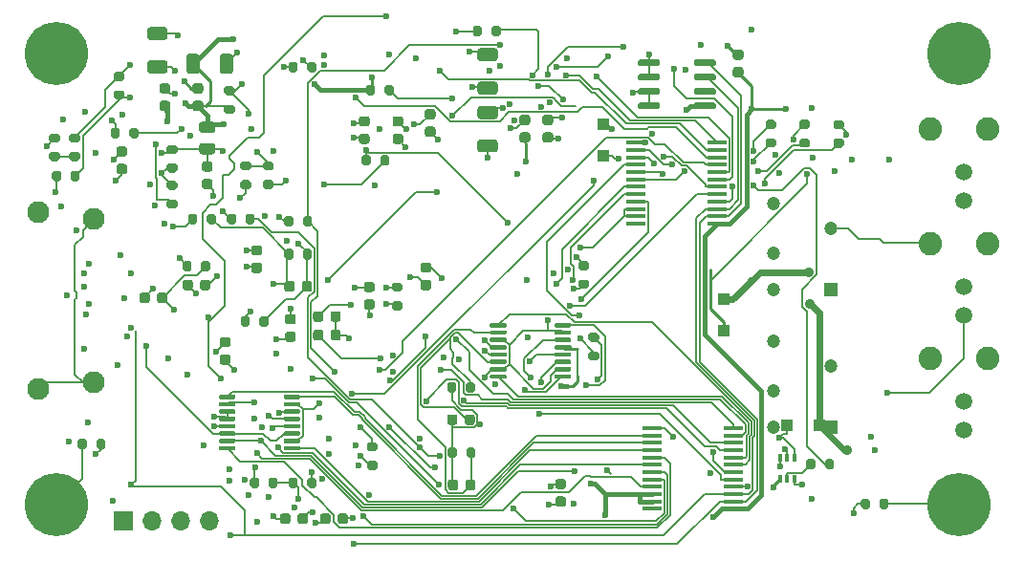
<source format=gbl>
G04 #@! TF.GenerationSoftware,KiCad,Pcbnew,(5.1.12-1-10_14)*
G04 #@! TF.CreationDate,2022-04-11T16:53:27-05:00*
G04 #@! TF.ProjectId,bath_clamp,62617468-5f63-46c6-916d-702e6b696361,rev?*
G04 #@! TF.SameCoordinates,Original*
G04 #@! TF.FileFunction,Copper,L6,Bot*
G04 #@! TF.FilePolarity,Positive*
%FSLAX46Y46*%
G04 Gerber Fmt 4.6, Leading zero omitted, Abs format (unit mm)*
G04 Created by KiCad (PCBNEW (5.1.12-1-10_14)) date 2022-04-11 16:53:27*
%MOMM*%
%LPD*%
G01*
G04 APERTURE LIST*
G04 #@! TA.AperFunction,ComponentPad*
%ADD10C,5.600000*%
G04 #@! TD*
G04 #@! TA.AperFunction,ComponentPad*
%ADD11C,1.500000*%
G04 #@! TD*
G04 #@! TA.AperFunction,ComponentPad*
%ADD12O,1.700000X1.700000*%
G04 #@! TD*
G04 #@! TA.AperFunction,ComponentPad*
%ADD13R,1.700000X1.700000*%
G04 #@! TD*
G04 #@! TA.AperFunction,ComponentPad*
%ADD14R,1.200000X1.200000*%
G04 #@! TD*
G04 #@! TA.AperFunction,ComponentPad*
%ADD15C,1.200000*%
G04 #@! TD*
G04 #@! TA.AperFunction,ComponentPad*
%ADD16C,1.950000*%
G04 #@! TD*
G04 #@! TA.AperFunction,ComponentPad*
%ADD17C,2.082800*%
G04 #@! TD*
G04 #@! TA.AperFunction,SMDPad,CuDef*
%ADD18R,1.100000X1.100000*%
G04 #@! TD*
G04 #@! TA.AperFunction,ComponentPad*
%ADD19C,5.599999*%
G04 #@! TD*
G04 #@! TA.AperFunction,SMDPad,CuDef*
%ADD20R,0.400000X0.650000*%
G04 #@! TD*
G04 #@! TA.AperFunction,SMDPad,CuDef*
%ADD21R,1.750000X0.450000*%
G04 #@! TD*
G04 #@! TA.AperFunction,ViaPad*
%ADD22C,0.600000*%
G04 #@! TD*
G04 #@! TA.AperFunction,ViaPad*
%ADD23C,0.889000*%
G04 #@! TD*
G04 #@! TA.AperFunction,ViaPad*
%ADD24C,0.700000*%
G04 #@! TD*
G04 #@! TA.AperFunction,Conductor*
%ADD25C,0.127000*%
G04 #@! TD*
G04 #@! TA.AperFunction,Conductor*
%ADD26C,0.200000*%
G04 #@! TD*
G04 #@! TA.AperFunction,Conductor*
%ADD27C,0.152400*%
G04 #@! TD*
G04 #@! TA.AperFunction,Conductor*
%ADD28C,0.250000*%
G04 #@! TD*
G04 #@! TA.AperFunction,Conductor*
%ADD29C,0.600000*%
G04 #@! TD*
G04 #@! TA.AperFunction,Conductor*
%ADD30C,0.400000*%
G04 #@! TD*
G04 APERTURE END LIST*
D10*
X84000000Y44000000D03*
X84000000Y4000000D03*
D11*
X84400000Y33490000D03*
X84400000Y13170000D03*
X84400000Y23330000D03*
X84400000Y10630000D03*
X84400000Y20790000D03*
X84400000Y30950000D03*
D12*
X17620000Y2600000D03*
X15080000Y2600000D03*
X12540000Y2600000D03*
D13*
X10000000Y2600000D03*
D14*
X72644000Y23050500D03*
D15*
X72644000Y28450500D03*
X67564000Y30650500D03*
X67564000Y26250500D03*
X67564000Y23050500D03*
D14*
X72644000Y10858500D03*
D15*
X72644000Y16258500D03*
X67564000Y18458500D03*
X67564000Y14058500D03*
X67564000Y10858500D03*
G04 #@! TA.AperFunction,SMDPad,CuDef*
G36*
G01*
X42563600Y45699000D02*
X42563600Y46249000D01*
G75*
G02*
X42763600Y46449000I200000J0D01*
G01*
X43163600Y46449000D01*
G75*
G02*
X43363600Y46249000I0J-200000D01*
G01*
X43363600Y45699000D01*
G75*
G02*
X43163600Y45499000I-200000J0D01*
G01*
X42763600Y45499000D01*
G75*
G02*
X42563600Y45699000I0J200000D01*
G01*
G37*
G04 #@! TD.AperFunction*
G04 #@! TA.AperFunction,SMDPad,CuDef*
G36*
G01*
X40913600Y45699000D02*
X40913600Y46249000D01*
G75*
G02*
X41113600Y46449000I200000J0D01*
G01*
X41513600Y46449000D01*
G75*
G02*
X41713600Y46249000I0J-200000D01*
G01*
X41713600Y45699000D01*
G75*
G02*
X41513600Y45499000I-200000J0D01*
G01*
X41113600Y45499000D01*
G75*
G02*
X40913600Y45699000I0J200000D01*
G01*
G37*
G04 #@! TD.AperFunction*
G04 #@! TA.AperFunction,SMDPad,CuDef*
G36*
G01*
X32279000Y8743500D02*
X31729000Y8743500D01*
G75*
G02*
X31529000Y8943500I0J200000D01*
G01*
X31529000Y9343500D01*
G75*
G02*
X31729000Y9543500I200000J0D01*
G01*
X32279000Y9543500D01*
G75*
G02*
X32479000Y9343500I0J-200000D01*
G01*
X32479000Y8943500D01*
G75*
G02*
X32279000Y8743500I-200000J0D01*
G01*
G37*
G04 #@! TD.AperFunction*
G04 #@! TA.AperFunction,SMDPad,CuDef*
G36*
G01*
X32279000Y7093500D02*
X31729000Y7093500D01*
G75*
G02*
X31529000Y7293500I0J200000D01*
G01*
X31529000Y7693500D01*
G75*
G02*
X31729000Y7893500I200000J0D01*
G01*
X32279000Y7893500D01*
G75*
G02*
X32479000Y7693500I0J-200000D01*
G01*
X32479000Y7293500D01*
G75*
G02*
X32279000Y7093500I-200000J0D01*
G01*
G37*
G04 #@! TD.AperFunction*
G04 #@! TA.AperFunction,SMDPad,CuDef*
G36*
G01*
X17861300Y36949800D02*
X16911300Y36949800D01*
G75*
G02*
X16661300Y37199800I0J250000D01*
G01*
X16661300Y37699800D01*
G75*
G02*
X16911300Y37949800I250000J0D01*
G01*
X17861300Y37949800D01*
G75*
G02*
X18111300Y37699800I0J-250000D01*
G01*
X18111300Y37199800D01*
G75*
G02*
X17861300Y36949800I-250000J0D01*
G01*
G37*
G04 #@! TD.AperFunction*
G04 #@! TA.AperFunction,SMDPad,CuDef*
G36*
G01*
X17861300Y35049800D02*
X16911300Y35049800D01*
G75*
G02*
X16661300Y35299800I0J250000D01*
G01*
X16661300Y35799800D01*
G75*
G02*
X16911300Y36049800I250000J0D01*
G01*
X17861300Y36049800D01*
G75*
G02*
X18111300Y35799800I0J-250000D01*
G01*
X18111300Y35299800D01*
G75*
G02*
X17861300Y35049800I-250000J0D01*
G01*
G37*
G04 #@! TD.AperFunction*
G04 #@! TA.AperFunction,SMDPad,CuDef*
G36*
G01*
X64151700Y42778800D02*
X64651700Y42778800D01*
G75*
G02*
X64876700Y42553800I0J-225000D01*
G01*
X64876700Y42103800D01*
G75*
G02*
X64651700Y41878800I-225000J0D01*
G01*
X64151700Y41878800D01*
G75*
G02*
X63926700Y42103800I0J225000D01*
G01*
X63926700Y42553800D01*
G75*
G02*
X64151700Y42778800I225000J0D01*
G01*
G37*
G04 #@! TD.AperFunction*
G04 #@! TA.AperFunction,SMDPad,CuDef*
G36*
G01*
X64151700Y44328800D02*
X64651700Y44328800D01*
G75*
G02*
X64876700Y44103800I0J-225000D01*
G01*
X64876700Y43653800D01*
G75*
G02*
X64651700Y43428800I-225000J0D01*
G01*
X64151700Y43428800D01*
G75*
G02*
X63926700Y43653800I0J225000D01*
G01*
X63926700Y44103800D01*
G75*
G02*
X64151700Y44328800I225000J0D01*
G01*
G37*
G04 #@! TD.AperFunction*
G04 #@! TA.AperFunction,SMDPad,CuDef*
G36*
G01*
X19629800Y40290300D02*
X19079800Y40290300D01*
G75*
G02*
X18879800Y40490300I0J200000D01*
G01*
X18879800Y40890300D01*
G75*
G02*
X19079800Y41090300I200000J0D01*
G01*
X19629800Y41090300D01*
G75*
G02*
X19829800Y40890300I0J-200000D01*
G01*
X19829800Y40490300D01*
G75*
G02*
X19629800Y40290300I-200000J0D01*
G01*
G37*
G04 #@! TD.AperFunction*
G04 #@! TA.AperFunction,SMDPad,CuDef*
G36*
G01*
X19629800Y38640300D02*
X19079800Y38640300D01*
G75*
G02*
X18879800Y38840300I0J200000D01*
G01*
X18879800Y39240300D01*
G75*
G02*
X19079800Y39440300I200000J0D01*
G01*
X19629800Y39440300D01*
G75*
G02*
X19829800Y39240300I0J-200000D01*
G01*
X19829800Y38840300D01*
G75*
G02*
X19629800Y38640300I-200000J0D01*
G01*
G37*
G04 #@! TD.AperFunction*
G04 #@! TA.AperFunction,SMDPad,CuDef*
G36*
G01*
X16714900Y43715701D02*
X16714900Y42415699D01*
G75*
G02*
X16464901Y42165700I-249999J0D01*
G01*
X15814899Y42165700D01*
G75*
G02*
X15564900Y42415699I0J249999D01*
G01*
X15564900Y43715701D01*
G75*
G02*
X15814899Y43965700I249999J0D01*
G01*
X16464901Y43965700D01*
G75*
G02*
X16714900Y43715701I0J-249999D01*
G01*
G37*
G04 #@! TD.AperFunction*
G04 #@! TA.AperFunction,SMDPad,CuDef*
G36*
G01*
X19664900Y43715701D02*
X19664900Y42415699D01*
G75*
G02*
X19414901Y42165700I-249999J0D01*
G01*
X18764899Y42165700D01*
G75*
G02*
X18514900Y42415699I0J249999D01*
G01*
X18514900Y43715701D01*
G75*
G02*
X18764899Y43965700I249999J0D01*
G01*
X19414901Y43965700D01*
G75*
G02*
X19664900Y43715701I0J-249999D01*
G01*
G37*
G04 #@! TD.AperFunction*
G04 #@! TA.AperFunction,SMDPad,CuDef*
G36*
G01*
X12329399Y43372200D02*
X13629401Y43372200D01*
G75*
G02*
X13879400Y43122201I0J-249999D01*
G01*
X13879400Y42472199D01*
G75*
G02*
X13629401Y42222200I-249999J0D01*
G01*
X12329399Y42222200D01*
G75*
G02*
X12079400Y42472199I0J249999D01*
G01*
X12079400Y43122201D01*
G75*
G02*
X12329399Y43372200I249999J0D01*
G01*
G37*
G04 #@! TD.AperFunction*
G04 #@! TA.AperFunction,SMDPad,CuDef*
G36*
G01*
X12329399Y46322200D02*
X13629401Y46322200D01*
G75*
G02*
X13879400Y46072201I0J-249999D01*
G01*
X13879400Y45422199D01*
G75*
G02*
X13629401Y45172200I-249999J0D01*
G01*
X12329399Y45172200D01*
G75*
G02*
X12079400Y45422199I0J249999D01*
G01*
X12079400Y46072201D01*
G75*
G02*
X12329399Y46322200I249999J0D01*
G01*
G37*
G04 #@! TD.AperFunction*
G04 #@! TA.AperFunction,SMDPad,CuDef*
G36*
G01*
X48149800Y15265300D02*
X48149800Y15465300D01*
G75*
G02*
X48249800Y15565300I100000J0D01*
G01*
X49524800Y15565300D01*
G75*
G02*
X49624800Y15465300I0J-100000D01*
G01*
X49624800Y15265300D01*
G75*
G02*
X49524800Y15165300I-100000J0D01*
G01*
X48249800Y15165300D01*
G75*
G02*
X48149800Y15265300I0J100000D01*
G01*
G37*
G04 #@! TD.AperFunction*
G04 #@! TA.AperFunction,SMDPad,CuDef*
G36*
G01*
X48149800Y15915300D02*
X48149800Y16115300D01*
G75*
G02*
X48249800Y16215300I100000J0D01*
G01*
X49524800Y16215300D01*
G75*
G02*
X49624800Y16115300I0J-100000D01*
G01*
X49624800Y15915300D01*
G75*
G02*
X49524800Y15815300I-100000J0D01*
G01*
X48249800Y15815300D01*
G75*
G02*
X48149800Y15915300I0J100000D01*
G01*
G37*
G04 #@! TD.AperFunction*
G04 #@! TA.AperFunction,SMDPad,CuDef*
G36*
G01*
X48149800Y16565300D02*
X48149800Y16765300D01*
G75*
G02*
X48249800Y16865300I100000J0D01*
G01*
X49524800Y16865300D01*
G75*
G02*
X49624800Y16765300I0J-100000D01*
G01*
X49624800Y16565300D01*
G75*
G02*
X49524800Y16465300I-100000J0D01*
G01*
X48249800Y16465300D01*
G75*
G02*
X48149800Y16565300I0J100000D01*
G01*
G37*
G04 #@! TD.AperFunction*
G04 #@! TA.AperFunction,SMDPad,CuDef*
G36*
G01*
X48149800Y17215300D02*
X48149800Y17415300D01*
G75*
G02*
X48249800Y17515300I100000J0D01*
G01*
X49524800Y17515300D01*
G75*
G02*
X49624800Y17415300I0J-100000D01*
G01*
X49624800Y17215300D01*
G75*
G02*
X49524800Y17115300I-100000J0D01*
G01*
X48249800Y17115300D01*
G75*
G02*
X48149800Y17215300I0J100000D01*
G01*
G37*
G04 #@! TD.AperFunction*
G04 #@! TA.AperFunction,SMDPad,CuDef*
G36*
G01*
X48149800Y17865300D02*
X48149800Y18065300D01*
G75*
G02*
X48249800Y18165300I100000J0D01*
G01*
X49524800Y18165300D01*
G75*
G02*
X49624800Y18065300I0J-100000D01*
G01*
X49624800Y17865300D01*
G75*
G02*
X49524800Y17765300I-100000J0D01*
G01*
X48249800Y17765300D01*
G75*
G02*
X48149800Y17865300I0J100000D01*
G01*
G37*
G04 #@! TD.AperFunction*
G04 #@! TA.AperFunction,SMDPad,CuDef*
G36*
G01*
X48149800Y18515300D02*
X48149800Y18715300D01*
G75*
G02*
X48249800Y18815300I100000J0D01*
G01*
X49524800Y18815300D01*
G75*
G02*
X49624800Y18715300I0J-100000D01*
G01*
X49624800Y18515300D01*
G75*
G02*
X49524800Y18415300I-100000J0D01*
G01*
X48249800Y18415300D01*
G75*
G02*
X48149800Y18515300I0J100000D01*
G01*
G37*
G04 #@! TD.AperFunction*
G04 #@! TA.AperFunction,SMDPad,CuDef*
G36*
G01*
X48149800Y19165300D02*
X48149800Y19365300D01*
G75*
G02*
X48249800Y19465300I100000J0D01*
G01*
X49524800Y19465300D01*
G75*
G02*
X49624800Y19365300I0J-100000D01*
G01*
X49624800Y19165300D01*
G75*
G02*
X49524800Y19065300I-100000J0D01*
G01*
X48249800Y19065300D01*
G75*
G02*
X48149800Y19165300I0J100000D01*
G01*
G37*
G04 #@! TD.AperFunction*
G04 #@! TA.AperFunction,SMDPad,CuDef*
G36*
G01*
X48149800Y19815300D02*
X48149800Y20015300D01*
G75*
G02*
X48249800Y20115300I100000J0D01*
G01*
X49524800Y20115300D01*
G75*
G02*
X49624800Y20015300I0J-100000D01*
G01*
X49624800Y19815300D01*
G75*
G02*
X49524800Y19715300I-100000J0D01*
G01*
X48249800Y19715300D01*
G75*
G02*
X48149800Y19815300I0J100000D01*
G01*
G37*
G04 #@! TD.AperFunction*
G04 #@! TA.AperFunction,SMDPad,CuDef*
G36*
G01*
X42424800Y19815300D02*
X42424800Y20015300D01*
G75*
G02*
X42524800Y20115300I100000J0D01*
G01*
X43799800Y20115300D01*
G75*
G02*
X43899800Y20015300I0J-100000D01*
G01*
X43899800Y19815300D01*
G75*
G02*
X43799800Y19715300I-100000J0D01*
G01*
X42524800Y19715300D01*
G75*
G02*
X42424800Y19815300I0J100000D01*
G01*
G37*
G04 #@! TD.AperFunction*
G04 #@! TA.AperFunction,SMDPad,CuDef*
G36*
G01*
X42424800Y19165300D02*
X42424800Y19365300D01*
G75*
G02*
X42524800Y19465300I100000J0D01*
G01*
X43799800Y19465300D01*
G75*
G02*
X43899800Y19365300I0J-100000D01*
G01*
X43899800Y19165300D01*
G75*
G02*
X43799800Y19065300I-100000J0D01*
G01*
X42524800Y19065300D01*
G75*
G02*
X42424800Y19165300I0J100000D01*
G01*
G37*
G04 #@! TD.AperFunction*
G04 #@! TA.AperFunction,SMDPad,CuDef*
G36*
G01*
X42424800Y18515300D02*
X42424800Y18715300D01*
G75*
G02*
X42524800Y18815300I100000J0D01*
G01*
X43799800Y18815300D01*
G75*
G02*
X43899800Y18715300I0J-100000D01*
G01*
X43899800Y18515300D01*
G75*
G02*
X43799800Y18415300I-100000J0D01*
G01*
X42524800Y18415300D01*
G75*
G02*
X42424800Y18515300I0J100000D01*
G01*
G37*
G04 #@! TD.AperFunction*
G04 #@! TA.AperFunction,SMDPad,CuDef*
G36*
G01*
X42424800Y17865300D02*
X42424800Y18065300D01*
G75*
G02*
X42524800Y18165300I100000J0D01*
G01*
X43799800Y18165300D01*
G75*
G02*
X43899800Y18065300I0J-100000D01*
G01*
X43899800Y17865300D01*
G75*
G02*
X43799800Y17765300I-100000J0D01*
G01*
X42524800Y17765300D01*
G75*
G02*
X42424800Y17865300I0J100000D01*
G01*
G37*
G04 #@! TD.AperFunction*
G04 #@! TA.AperFunction,SMDPad,CuDef*
G36*
G01*
X42424800Y17215300D02*
X42424800Y17415300D01*
G75*
G02*
X42524800Y17515300I100000J0D01*
G01*
X43799800Y17515300D01*
G75*
G02*
X43899800Y17415300I0J-100000D01*
G01*
X43899800Y17215300D01*
G75*
G02*
X43799800Y17115300I-100000J0D01*
G01*
X42524800Y17115300D01*
G75*
G02*
X42424800Y17215300I0J100000D01*
G01*
G37*
G04 #@! TD.AperFunction*
G04 #@! TA.AperFunction,SMDPad,CuDef*
G36*
G01*
X42424800Y16565300D02*
X42424800Y16765300D01*
G75*
G02*
X42524800Y16865300I100000J0D01*
G01*
X43799800Y16865300D01*
G75*
G02*
X43899800Y16765300I0J-100000D01*
G01*
X43899800Y16565300D01*
G75*
G02*
X43799800Y16465300I-100000J0D01*
G01*
X42524800Y16465300D01*
G75*
G02*
X42424800Y16565300I0J100000D01*
G01*
G37*
G04 #@! TD.AperFunction*
G04 #@! TA.AperFunction,SMDPad,CuDef*
G36*
G01*
X42424800Y15915300D02*
X42424800Y16115300D01*
G75*
G02*
X42524800Y16215300I100000J0D01*
G01*
X43799800Y16215300D01*
G75*
G02*
X43899800Y16115300I0J-100000D01*
G01*
X43899800Y15915300D01*
G75*
G02*
X43799800Y15815300I-100000J0D01*
G01*
X42524800Y15815300D01*
G75*
G02*
X42424800Y15915300I0J100000D01*
G01*
G37*
G04 #@! TD.AperFunction*
G04 #@! TA.AperFunction,SMDPad,CuDef*
G36*
G01*
X42424800Y15265300D02*
X42424800Y15465300D01*
G75*
G02*
X42524800Y15565300I100000J0D01*
G01*
X43799800Y15565300D01*
G75*
G02*
X43899800Y15465300I0J-100000D01*
G01*
X43899800Y15265300D01*
G75*
G02*
X43799800Y15165300I-100000J0D01*
G01*
X42524800Y15165300D01*
G75*
G02*
X42424800Y15265300I0J100000D01*
G01*
G37*
G04 #@! TD.AperFunction*
D16*
X2468800Y29935300D03*
X2468800Y14235300D03*
X7368800Y14835300D03*
X7368800Y29335300D03*
D17*
X86540000Y37300000D03*
X81460000Y37300000D03*
X86540000Y16980000D03*
X81460000Y16980000D03*
X86540000Y27140000D03*
X81460000Y27140000D03*
G04 #@! TA.AperFunction,SMDPad,CuDef*
G36*
G01*
X34488800Y22891300D02*
X33938800Y22891300D01*
G75*
G02*
X33738800Y23091300I0J200000D01*
G01*
X33738800Y23491300D01*
G75*
G02*
X33938800Y23691300I200000J0D01*
G01*
X34488800Y23691300D01*
G75*
G02*
X34688800Y23491300I0J-200000D01*
G01*
X34688800Y23091300D01*
G75*
G02*
X34488800Y22891300I-200000J0D01*
G01*
G37*
G04 #@! TD.AperFunction*
G04 #@! TA.AperFunction,SMDPad,CuDef*
G36*
G01*
X34488800Y21241300D02*
X33938800Y21241300D01*
G75*
G02*
X33738800Y21441300I0J200000D01*
G01*
X33738800Y21841300D01*
G75*
G02*
X33938800Y22041300I200000J0D01*
G01*
X34488800Y22041300D01*
G75*
G02*
X34688800Y21841300I0J-200000D01*
G01*
X34688800Y21441300D01*
G75*
G02*
X34488800Y21241300I-200000J0D01*
G01*
G37*
G04 #@! TD.AperFunction*
G04 #@! TA.AperFunction,SMDPad,CuDef*
G36*
G01*
X50998800Y24796300D02*
X50448800Y24796300D01*
G75*
G02*
X50248800Y24996300I0J200000D01*
G01*
X50248800Y25396300D01*
G75*
G02*
X50448800Y25596300I200000J0D01*
G01*
X50998800Y25596300D01*
G75*
G02*
X51198800Y25396300I0J-200000D01*
G01*
X51198800Y24996300D01*
G75*
G02*
X50998800Y24796300I-200000J0D01*
G01*
G37*
G04 #@! TD.AperFunction*
G04 #@! TA.AperFunction,SMDPad,CuDef*
G36*
G01*
X50998800Y23146300D02*
X50448800Y23146300D01*
G75*
G02*
X50248800Y23346300I0J200000D01*
G01*
X50248800Y23746300D01*
G75*
G02*
X50448800Y23946300I200000J0D01*
G01*
X50998800Y23946300D01*
G75*
G02*
X51198800Y23746300I0J-200000D01*
G01*
X51198800Y23346300D01*
G75*
G02*
X50998800Y23146300I-200000J0D01*
G01*
G37*
G04 #@! TD.AperFunction*
G04 #@! TA.AperFunction,SMDPad,CuDef*
G36*
G01*
X21152300Y20518800D02*
X21152300Y19968800D01*
G75*
G02*
X20952300Y19768800I-200000J0D01*
G01*
X20552300Y19768800D01*
G75*
G02*
X20352300Y19968800I0J200000D01*
G01*
X20352300Y20518800D01*
G75*
G02*
X20552300Y20718800I200000J0D01*
G01*
X20952300Y20718800D01*
G75*
G02*
X21152300Y20518800I0J-200000D01*
G01*
G37*
G04 #@! TD.AperFunction*
G04 #@! TA.AperFunction,SMDPad,CuDef*
G36*
G01*
X22802300Y20518800D02*
X22802300Y19968800D01*
G75*
G02*
X22602300Y19768800I-200000J0D01*
G01*
X22202300Y19768800D01*
G75*
G02*
X22002300Y19968800I0J200000D01*
G01*
X22002300Y20518800D01*
G75*
G02*
X22202300Y20718800I200000J0D01*
G01*
X22602300Y20718800D01*
G75*
G02*
X22802300Y20518800I0J-200000D01*
G01*
G37*
G04 #@! TD.AperFunction*
G04 #@! TA.AperFunction,SMDPad,CuDef*
G36*
G01*
X25875800Y25937800D02*
X25875800Y26487800D01*
G75*
G02*
X26075800Y26687800I200000J0D01*
G01*
X26475800Y26687800D01*
G75*
G02*
X26675800Y26487800I0J-200000D01*
G01*
X26675800Y25937800D01*
G75*
G02*
X26475800Y25737800I-200000J0D01*
G01*
X26075800Y25737800D01*
G75*
G02*
X25875800Y25937800I0J200000D01*
G01*
G37*
G04 #@! TD.AperFunction*
G04 #@! TA.AperFunction,SMDPad,CuDef*
G36*
G01*
X24225800Y25937800D02*
X24225800Y26487800D01*
G75*
G02*
X24425800Y26687800I200000J0D01*
G01*
X24825800Y26687800D01*
G75*
G02*
X25025800Y26487800I0J-200000D01*
G01*
X25025800Y25937800D01*
G75*
G02*
X24825800Y25737800I-200000J0D01*
G01*
X24425800Y25737800D01*
G75*
G02*
X24225800Y25937800I0J200000D01*
G01*
G37*
G04 #@! TD.AperFunction*
G04 #@! TA.AperFunction,SMDPad,CuDef*
G36*
G01*
X17366800Y29049300D02*
X17366800Y29599300D01*
G75*
G02*
X17566800Y29799300I200000J0D01*
G01*
X17966800Y29799300D01*
G75*
G02*
X18166800Y29599300I0J-200000D01*
G01*
X18166800Y29049300D01*
G75*
G02*
X17966800Y28849300I-200000J0D01*
G01*
X17566800Y28849300D01*
G75*
G02*
X17366800Y29049300I0J200000D01*
G01*
G37*
G04 #@! TD.AperFunction*
G04 #@! TA.AperFunction,SMDPad,CuDef*
G36*
G01*
X15716800Y29049300D02*
X15716800Y29599300D01*
G75*
G02*
X15916800Y29799300I200000J0D01*
G01*
X16316800Y29799300D01*
G75*
G02*
X16516800Y29599300I0J-200000D01*
G01*
X16516800Y29049300D01*
G75*
G02*
X16316800Y28849300I-200000J0D01*
G01*
X15916800Y28849300D01*
G75*
G02*
X15716800Y29049300I0J200000D01*
G01*
G37*
G04 #@! TD.AperFunction*
G04 #@! TA.AperFunction,SMDPad,CuDef*
G36*
G01*
X71253800Y7882300D02*
X71253800Y7332300D01*
G75*
G02*
X71053800Y7132300I-200000J0D01*
G01*
X70653800Y7132300D01*
G75*
G02*
X70453800Y7332300I0J200000D01*
G01*
X70453800Y7882300D01*
G75*
G02*
X70653800Y8082300I200000J0D01*
G01*
X71053800Y8082300D01*
G75*
G02*
X71253800Y7882300I0J-200000D01*
G01*
G37*
G04 #@! TD.AperFunction*
G04 #@! TA.AperFunction,SMDPad,CuDef*
G36*
G01*
X72903800Y7882300D02*
X72903800Y7332300D01*
G75*
G02*
X72703800Y7132300I-200000J0D01*
G01*
X72303800Y7132300D01*
G75*
G02*
X72103800Y7332300I0J200000D01*
G01*
X72103800Y7882300D01*
G75*
G02*
X72303800Y8082300I200000J0D01*
G01*
X72703800Y8082300D01*
G75*
G02*
X72903800Y7882300I0J-200000D01*
G01*
G37*
G04 #@! TD.AperFunction*
D18*
X52501800Y34909300D03*
X52501800Y37709300D03*
X63169800Y19415300D03*
X63169800Y22215300D03*
X68757800Y11036300D03*
X71557800Y11036300D03*
G04 #@! TA.AperFunction,SMDPad,CuDef*
G36*
G01*
X7587800Y9110300D02*
X7587800Y9660300D01*
G75*
G02*
X7787800Y9860300I200000J0D01*
G01*
X8187800Y9860300D01*
G75*
G02*
X8387800Y9660300I0J-200000D01*
G01*
X8387800Y9110300D01*
G75*
G02*
X8187800Y8910300I-200000J0D01*
G01*
X7787800Y8910300D01*
G75*
G02*
X7587800Y9110300I0J200000D01*
G01*
G37*
G04 #@! TD.AperFunction*
G04 #@! TA.AperFunction,SMDPad,CuDef*
G36*
G01*
X5937800Y9110300D02*
X5937800Y9660300D01*
G75*
G02*
X6137800Y9860300I200000J0D01*
G01*
X6537800Y9860300D01*
G75*
G02*
X6737800Y9660300I0J-200000D01*
G01*
X6737800Y9110300D01*
G75*
G02*
X6537800Y8910300I-200000J0D01*
G01*
X6137800Y8910300D01*
G75*
G02*
X5937800Y9110300I0J200000D01*
G01*
G37*
G04 #@! TD.AperFunction*
G04 #@! TA.AperFunction,SMDPad,CuDef*
G36*
G01*
X26256800Y42511300D02*
X26256800Y43061300D01*
G75*
G02*
X26456800Y43261300I200000J0D01*
G01*
X26856800Y43261300D01*
G75*
G02*
X27056800Y43061300I0J-200000D01*
G01*
X27056800Y42511300D01*
G75*
G02*
X26856800Y42311300I-200000J0D01*
G01*
X26456800Y42311300D01*
G75*
G02*
X26256800Y42511300I0J200000D01*
G01*
G37*
G04 #@! TD.AperFunction*
G04 #@! TA.AperFunction,SMDPad,CuDef*
G36*
G01*
X24606800Y42511300D02*
X24606800Y43061300D01*
G75*
G02*
X24806800Y43261300I200000J0D01*
G01*
X25206800Y43261300D01*
G75*
G02*
X25406800Y43061300I0J-200000D01*
G01*
X25406800Y42511300D01*
G75*
G02*
X25206800Y42311300I-200000J0D01*
G01*
X24806800Y42311300D01*
G75*
G02*
X24606800Y42511300I0J200000D01*
G01*
G37*
G04 #@! TD.AperFunction*
D10*
X4000000Y44000000D03*
D19*
X4000000Y4000000D03*
G04 #@! TA.AperFunction,SMDPad,CuDef*
G36*
G01*
X20795800Y29049300D02*
X20795800Y29599300D01*
G75*
G02*
X20995800Y29799300I200000J0D01*
G01*
X21395800Y29799300D01*
G75*
G02*
X21595800Y29599300I0J-200000D01*
G01*
X21595800Y29049300D01*
G75*
G02*
X21395800Y28849300I-200000J0D01*
G01*
X20995800Y28849300D01*
G75*
G02*
X20795800Y29049300I0J200000D01*
G01*
G37*
G04 #@! TD.AperFunction*
G04 #@! TA.AperFunction,SMDPad,CuDef*
G36*
G01*
X19145800Y29049300D02*
X19145800Y29599300D01*
G75*
G02*
X19345800Y29799300I200000J0D01*
G01*
X19745800Y29799300D01*
G75*
G02*
X19945800Y29599300I0J-200000D01*
G01*
X19945800Y29049300D01*
G75*
G02*
X19745800Y28849300I-200000J0D01*
G01*
X19345800Y28849300D01*
G75*
G02*
X19145800Y29049300I0J200000D01*
G01*
G37*
G04 #@! TD.AperFunction*
G04 #@! TA.AperFunction,SMDPad,CuDef*
G36*
G01*
X25875800Y28858800D02*
X25875800Y29408800D01*
G75*
G02*
X26075800Y29608800I200000J0D01*
G01*
X26475800Y29608800D01*
G75*
G02*
X26675800Y29408800I0J-200000D01*
G01*
X26675800Y28858800D01*
G75*
G02*
X26475800Y28658800I-200000J0D01*
G01*
X26075800Y28658800D01*
G75*
G02*
X25875800Y28858800I0J200000D01*
G01*
G37*
G04 #@! TD.AperFunction*
G04 #@! TA.AperFunction,SMDPad,CuDef*
G36*
G01*
X24225800Y28858800D02*
X24225800Y29408800D01*
G75*
G02*
X24425800Y29608800I200000J0D01*
G01*
X24825800Y29608800D01*
G75*
G02*
X25025800Y29408800I0J-200000D01*
G01*
X25025800Y28858800D01*
G75*
G02*
X24825800Y28658800I-200000J0D01*
G01*
X24425800Y28658800D01*
G75*
G02*
X24225800Y28858800I0J200000D01*
G01*
G37*
G04 #@! TD.AperFunction*
G04 #@! TA.AperFunction,SMDPad,CuDef*
G36*
G01*
X40353800Y8348300D02*
X40353800Y8898300D01*
G75*
G02*
X40553800Y9098300I200000J0D01*
G01*
X40953800Y9098300D01*
G75*
G02*
X41153800Y8898300I0J-200000D01*
G01*
X41153800Y8348300D01*
G75*
G02*
X40953800Y8148300I-200000J0D01*
G01*
X40553800Y8148300D01*
G75*
G02*
X40353800Y8348300I0J200000D01*
G01*
G37*
G04 #@! TD.AperFunction*
G04 #@! TA.AperFunction,SMDPad,CuDef*
G36*
G01*
X38703800Y8348300D02*
X38703800Y8898300D01*
G75*
G02*
X38903800Y9098300I200000J0D01*
G01*
X39303800Y9098300D01*
G75*
G02*
X39503800Y8898300I0J-200000D01*
G01*
X39503800Y8348300D01*
G75*
G02*
X39303800Y8148300I-200000J0D01*
G01*
X38903800Y8148300D01*
G75*
G02*
X38703800Y8348300I0J200000D01*
G01*
G37*
G04 #@! TD.AperFunction*
G04 #@! TA.AperFunction,SMDPad,CuDef*
G36*
G01*
X76079800Y4364400D02*
X76079800Y3814400D01*
G75*
G02*
X75879800Y3614400I-200000J0D01*
G01*
X75479800Y3614400D01*
G75*
G02*
X75279800Y3814400I0J200000D01*
G01*
X75279800Y4364400D01*
G75*
G02*
X75479800Y4564400I200000J0D01*
G01*
X75879800Y4564400D01*
G75*
G02*
X76079800Y4364400I0J-200000D01*
G01*
G37*
G04 #@! TD.AperFunction*
G04 #@! TA.AperFunction,SMDPad,CuDef*
G36*
G01*
X77729800Y4364400D02*
X77729800Y3814400D01*
G75*
G02*
X77529800Y3614400I-200000J0D01*
G01*
X77129800Y3614400D01*
G75*
G02*
X76929800Y3814400I0J200000D01*
G01*
X76929800Y4364400D01*
G75*
G02*
X77129800Y4564400I200000J0D01*
G01*
X77529800Y4564400D01*
G75*
G02*
X77729800Y4364400I0J-200000D01*
G01*
G37*
G04 #@! TD.AperFunction*
G04 #@! TA.AperFunction,SMDPad,CuDef*
G36*
G01*
X22827800Y5681300D02*
X22827800Y6231300D01*
G75*
G02*
X23027800Y6431300I200000J0D01*
G01*
X23427800Y6431300D01*
G75*
G02*
X23627800Y6231300I0J-200000D01*
G01*
X23627800Y5681300D01*
G75*
G02*
X23427800Y5481300I-200000J0D01*
G01*
X23027800Y5481300D01*
G75*
G02*
X22827800Y5681300I0J200000D01*
G01*
G37*
G04 #@! TD.AperFunction*
G04 #@! TA.AperFunction,SMDPad,CuDef*
G36*
G01*
X21177800Y5681300D02*
X21177800Y6231300D01*
G75*
G02*
X21377800Y6431300I200000J0D01*
G01*
X21777800Y6431300D01*
G75*
G02*
X21977800Y6231300I0J-200000D01*
G01*
X21977800Y5681300D01*
G75*
G02*
X21777800Y5481300I-200000J0D01*
G01*
X21377800Y5481300D01*
G75*
G02*
X21177800Y5681300I0J200000D01*
G01*
G37*
G04 #@! TD.AperFunction*
G04 #@! TA.AperFunction,SMDPad,CuDef*
G36*
G01*
X51887800Y18446300D02*
X51337800Y18446300D01*
G75*
G02*
X51137800Y18646300I0J200000D01*
G01*
X51137800Y19046300D01*
G75*
G02*
X51337800Y19246300I200000J0D01*
G01*
X51887800Y19246300D01*
G75*
G02*
X52087800Y19046300I0J-200000D01*
G01*
X52087800Y18646300D01*
G75*
G02*
X51887800Y18446300I-200000J0D01*
G01*
G37*
G04 #@! TD.AperFunction*
G04 #@! TA.AperFunction,SMDPad,CuDef*
G36*
G01*
X51887800Y16796300D02*
X51337800Y16796300D01*
G75*
G02*
X51137800Y16996300I0J200000D01*
G01*
X51137800Y17396300D01*
G75*
G02*
X51337800Y17596300I200000J0D01*
G01*
X51887800Y17596300D01*
G75*
G02*
X52087800Y17396300I0J-200000D01*
G01*
X52087800Y16996300D01*
G75*
G02*
X51887800Y16796300I-200000J0D01*
G01*
G37*
G04 #@! TD.AperFunction*
G04 #@! TA.AperFunction,SMDPad,CuDef*
G36*
G01*
X25406800Y6231300D02*
X25406800Y5681300D01*
G75*
G02*
X25206800Y5481300I-200000J0D01*
G01*
X24806800Y5481300D01*
G75*
G02*
X24606800Y5681300I0J200000D01*
G01*
X24606800Y6231300D01*
G75*
G02*
X24806800Y6431300I200000J0D01*
G01*
X25206800Y6431300D01*
G75*
G02*
X25406800Y6231300I0J-200000D01*
G01*
G37*
G04 #@! TD.AperFunction*
G04 #@! TA.AperFunction,SMDPad,CuDef*
G36*
G01*
X27056800Y6231300D02*
X27056800Y5681300D01*
G75*
G02*
X26856800Y5481300I-200000J0D01*
G01*
X26456800Y5481300D01*
G75*
G02*
X26256800Y5681300I0J200000D01*
G01*
X26256800Y6231300D01*
G75*
G02*
X26456800Y6431300I200000J0D01*
G01*
X26856800Y6431300D01*
G75*
G02*
X27056800Y6231300I0J-200000D01*
G01*
G37*
G04 #@! TD.AperFunction*
G04 #@! TA.AperFunction,SMDPad,CuDef*
G36*
G01*
X40296300Y14130800D02*
X40296300Y14680800D01*
G75*
G02*
X40496300Y14880800I200000J0D01*
G01*
X40896300Y14880800D01*
G75*
G02*
X41096300Y14680800I0J-200000D01*
G01*
X41096300Y14130800D01*
G75*
G02*
X40896300Y13930800I-200000J0D01*
G01*
X40496300Y13930800D01*
G75*
G02*
X40296300Y14130800I0J200000D01*
G01*
G37*
G04 #@! TD.AperFunction*
G04 #@! TA.AperFunction,SMDPad,CuDef*
G36*
G01*
X38646300Y14130800D02*
X38646300Y14680800D01*
G75*
G02*
X38846300Y14880800I200000J0D01*
G01*
X39246300Y14880800D01*
G75*
G02*
X39446300Y14680800I0J-200000D01*
G01*
X39446300Y14130800D01*
G75*
G02*
X39246300Y13930800I-200000J0D01*
G01*
X38846300Y13930800D01*
G75*
G02*
X38646300Y14130800I0J200000D01*
G01*
G37*
G04 #@! TD.AperFunction*
G04 #@! TA.AperFunction,SMDPad,CuDef*
G36*
G01*
X9658800Y37219300D02*
X9658800Y36669300D01*
G75*
G02*
X9458800Y36469300I-200000J0D01*
G01*
X9058800Y36469300D01*
G75*
G02*
X8858800Y36669300I0J200000D01*
G01*
X8858800Y37219300D01*
G75*
G02*
X9058800Y37419300I200000J0D01*
G01*
X9458800Y37419300D01*
G75*
G02*
X9658800Y37219300I0J-200000D01*
G01*
G37*
G04 #@! TD.AperFunction*
G04 #@! TA.AperFunction,SMDPad,CuDef*
G36*
G01*
X11308800Y37219300D02*
X11308800Y36669300D01*
G75*
G02*
X11108800Y36469300I-200000J0D01*
G01*
X10708800Y36469300D01*
G75*
G02*
X10508800Y36669300I0J200000D01*
G01*
X10508800Y37219300D01*
G75*
G02*
X10708800Y37419300I200000J0D01*
G01*
X11108800Y37419300D01*
G75*
G02*
X11308800Y37219300I0J-200000D01*
G01*
G37*
G04 #@! TD.AperFunction*
G04 #@! TA.AperFunction,SMDPad,CuDef*
G36*
G01*
X9850800Y41560300D02*
X9300800Y41560300D01*
G75*
G02*
X9100800Y41760300I0J200000D01*
G01*
X9100800Y42160300D01*
G75*
G02*
X9300800Y42360300I200000J0D01*
G01*
X9850800Y42360300D01*
G75*
G02*
X10050800Y42160300I0J-200000D01*
G01*
X10050800Y41760300D01*
G75*
G02*
X9850800Y41560300I-200000J0D01*
G01*
G37*
G04 #@! TD.AperFunction*
G04 #@! TA.AperFunction,SMDPad,CuDef*
G36*
G01*
X9850800Y39910300D02*
X9300800Y39910300D01*
G75*
G02*
X9100800Y40110300I0J200000D01*
G01*
X9100800Y40510300D01*
G75*
G02*
X9300800Y40710300I200000J0D01*
G01*
X9850800Y40710300D01*
G75*
G02*
X10050800Y40510300I0J-200000D01*
G01*
X10050800Y40110300D01*
G75*
G02*
X9850800Y39910300I-200000J0D01*
G01*
G37*
G04 #@! TD.AperFunction*
D20*
X68107800Y6276300D03*
X69407800Y6276300D03*
X68757800Y8176300D03*
X68757800Y6276300D03*
X69407800Y8176300D03*
X68107800Y8176300D03*
G04 #@! TA.AperFunction,SMDPad,CuDef*
G36*
G01*
X25125800Y23605300D02*
X25125800Y23105300D01*
G75*
G02*
X24900800Y22880300I-225000J0D01*
G01*
X24450800Y22880300D01*
G75*
G02*
X24225800Y23105300I0J225000D01*
G01*
X24225800Y23605300D01*
G75*
G02*
X24450800Y23830300I225000J0D01*
G01*
X24900800Y23830300D01*
G75*
G02*
X25125800Y23605300I0J-225000D01*
G01*
G37*
G04 #@! TD.AperFunction*
G04 #@! TA.AperFunction,SMDPad,CuDef*
G36*
G01*
X26675800Y23605300D02*
X26675800Y23105300D01*
G75*
G02*
X26450800Y22880300I-225000J0D01*
G01*
X26000800Y22880300D01*
G75*
G02*
X25775800Y23105300I0J225000D01*
G01*
X25775800Y23605300D01*
G75*
G02*
X26000800Y23830300I225000J0D01*
G01*
X26450800Y23830300D01*
G75*
G02*
X26675800Y23605300I0J-225000D01*
G01*
G37*
G04 #@! TD.AperFunction*
G04 #@! TA.AperFunction,SMDPad,CuDef*
G36*
G01*
X24146800Y8915300D02*
X24146800Y9115300D01*
G75*
G02*
X24246800Y9215300I100000J0D01*
G01*
X25521800Y9215300D01*
G75*
G02*
X25621800Y9115300I0J-100000D01*
G01*
X25621800Y8915300D01*
G75*
G02*
X25521800Y8815300I-100000J0D01*
G01*
X24246800Y8815300D01*
G75*
G02*
X24146800Y8915300I0J100000D01*
G01*
G37*
G04 #@! TD.AperFunction*
G04 #@! TA.AperFunction,SMDPad,CuDef*
G36*
G01*
X24146800Y9565300D02*
X24146800Y9765300D01*
G75*
G02*
X24246800Y9865300I100000J0D01*
G01*
X25521800Y9865300D01*
G75*
G02*
X25621800Y9765300I0J-100000D01*
G01*
X25621800Y9565300D01*
G75*
G02*
X25521800Y9465300I-100000J0D01*
G01*
X24246800Y9465300D01*
G75*
G02*
X24146800Y9565300I0J100000D01*
G01*
G37*
G04 #@! TD.AperFunction*
G04 #@! TA.AperFunction,SMDPad,CuDef*
G36*
G01*
X24146800Y10215300D02*
X24146800Y10415300D01*
G75*
G02*
X24246800Y10515300I100000J0D01*
G01*
X25521800Y10515300D01*
G75*
G02*
X25621800Y10415300I0J-100000D01*
G01*
X25621800Y10215300D01*
G75*
G02*
X25521800Y10115300I-100000J0D01*
G01*
X24246800Y10115300D01*
G75*
G02*
X24146800Y10215300I0J100000D01*
G01*
G37*
G04 #@! TD.AperFunction*
G04 #@! TA.AperFunction,SMDPad,CuDef*
G36*
G01*
X24146800Y10865300D02*
X24146800Y11065300D01*
G75*
G02*
X24246800Y11165300I100000J0D01*
G01*
X25521800Y11165300D01*
G75*
G02*
X25621800Y11065300I0J-100000D01*
G01*
X25621800Y10865300D01*
G75*
G02*
X25521800Y10765300I-100000J0D01*
G01*
X24246800Y10765300D01*
G75*
G02*
X24146800Y10865300I0J100000D01*
G01*
G37*
G04 #@! TD.AperFunction*
G04 #@! TA.AperFunction,SMDPad,CuDef*
G36*
G01*
X24146800Y11515300D02*
X24146800Y11715300D01*
G75*
G02*
X24246800Y11815300I100000J0D01*
G01*
X25521800Y11815300D01*
G75*
G02*
X25621800Y11715300I0J-100000D01*
G01*
X25621800Y11515300D01*
G75*
G02*
X25521800Y11415300I-100000J0D01*
G01*
X24246800Y11415300D01*
G75*
G02*
X24146800Y11515300I0J100000D01*
G01*
G37*
G04 #@! TD.AperFunction*
G04 #@! TA.AperFunction,SMDPad,CuDef*
G36*
G01*
X24146800Y12165300D02*
X24146800Y12365300D01*
G75*
G02*
X24246800Y12465300I100000J0D01*
G01*
X25521800Y12465300D01*
G75*
G02*
X25621800Y12365300I0J-100000D01*
G01*
X25621800Y12165300D01*
G75*
G02*
X25521800Y12065300I-100000J0D01*
G01*
X24246800Y12065300D01*
G75*
G02*
X24146800Y12165300I0J100000D01*
G01*
G37*
G04 #@! TD.AperFunction*
G04 #@! TA.AperFunction,SMDPad,CuDef*
G36*
G01*
X24146800Y12815300D02*
X24146800Y13015300D01*
G75*
G02*
X24246800Y13115300I100000J0D01*
G01*
X25521800Y13115300D01*
G75*
G02*
X25621800Y13015300I0J-100000D01*
G01*
X25621800Y12815300D01*
G75*
G02*
X25521800Y12715300I-100000J0D01*
G01*
X24246800Y12715300D01*
G75*
G02*
X24146800Y12815300I0J100000D01*
G01*
G37*
G04 #@! TD.AperFunction*
G04 #@! TA.AperFunction,SMDPad,CuDef*
G36*
G01*
X24146800Y13465300D02*
X24146800Y13665300D01*
G75*
G02*
X24246800Y13765300I100000J0D01*
G01*
X25521800Y13765300D01*
G75*
G02*
X25621800Y13665300I0J-100000D01*
G01*
X25621800Y13465300D01*
G75*
G02*
X25521800Y13365300I-100000J0D01*
G01*
X24246800Y13365300D01*
G75*
G02*
X24146800Y13465300I0J100000D01*
G01*
G37*
G04 #@! TD.AperFunction*
G04 #@! TA.AperFunction,SMDPad,CuDef*
G36*
G01*
X18421800Y13465300D02*
X18421800Y13665300D01*
G75*
G02*
X18521800Y13765300I100000J0D01*
G01*
X19796800Y13765300D01*
G75*
G02*
X19896800Y13665300I0J-100000D01*
G01*
X19896800Y13465300D01*
G75*
G02*
X19796800Y13365300I-100000J0D01*
G01*
X18521800Y13365300D01*
G75*
G02*
X18421800Y13465300I0J100000D01*
G01*
G37*
G04 #@! TD.AperFunction*
G04 #@! TA.AperFunction,SMDPad,CuDef*
G36*
G01*
X18421800Y12815300D02*
X18421800Y13015300D01*
G75*
G02*
X18521800Y13115300I100000J0D01*
G01*
X19796800Y13115300D01*
G75*
G02*
X19896800Y13015300I0J-100000D01*
G01*
X19896800Y12815300D01*
G75*
G02*
X19796800Y12715300I-100000J0D01*
G01*
X18521800Y12715300D01*
G75*
G02*
X18421800Y12815300I0J100000D01*
G01*
G37*
G04 #@! TD.AperFunction*
G04 #@! TA.AperFunction,SMDPad,CuDef*
G36*
G01*
X18421800Y12165300D02*
X18421800Y12365300D01*
G75*
G02*
X18521800Y12465300I100000J0D01*
G01*
X19796800Y12465300D01*
G75*
G02*
X19896800Y12365300I0J-100000D01*
G01*
X19896800Y12165300D01*
G75*
G02*
X19796800Y12065300I-100000J0D01*
G01*
X18521800Y12065300D01*
G75*
G02*
X18421800Y12165300I0J100000D01*
G01*
G37*
G04 #@! TD.AperFunction*
G04 #@! TA.AperFunction,SMDPad,CuDef*
G36*
G01*
X18421800Y11515300D02*
X18421800Y11715300D01*
G75*
G02*
X18521800Y11815300I100000J0D01*
G01*
X19796800Y11815300D01*
G75*
G02*
X19896800Y11715300I0J-100000D01*
G01*
X19896800Y11515300D01*
G75*
G02*
X19796800Y11415300I-100000J0D01*
G01*
X18521800Y11415300D01*
G75*
G02*
X18421800Y11515300I0J100000D01*
G01*
G37*
G04 #@! TD.AperFunction*
G04 #@! TA.AperFunction,SMDPad,CuDef*
G36*
G01*
X18421800Y10865300D02*
X18421800Y11065300D01*
G75*
G02*
X18521800Y11165300I100000J0D01*
G01*
X19796800Y11165300D01*
G75*
G02*
X19896800Y11065300I0J-100000D01*
G01*
X19896800Y10865300D01*
G75*
G02*
X19796800Y10765300I-100000J0D01*
G01*
X18521800Y10765300D01*
G75*
G02*
X18421800Y10865300I0J100000D01*
G01*
G37*
G04 #@! TD.AperFunction*
G04 #@! TA.AperFunction,SMDPad,CuDef*
G36*
G01*
X18421800Y10215300D02*
X18421800Y10415300D01*
G75*
G02*
X18521800Y10515300I100000J0D01*
G01*
X19796800Y10515300D01*
G75*
G02*
X19896800Y10415300I0J-100000D01*
G01*
X19896800Y10215300D01*
G75*
G02*
X19796800Y10115300I-100000J0D01*
G01*
X18521800Y10115300D01*
G75*
G02*
X18421800Y10215300I0J100000D01*
G01*
G37*
G04 #@! TD.AperFunction*
G04 #@! TA.AperFunction,SMDPad,CuDef*
G36*
G01*
X18421800Y9565300D02*
X18421800Y9765300D01*
G75*
G02*
X18521800Y9865300I100000J0D01*
G01*
X19796800Y9865300D01*
G75*
G02*
X19896800Y9765300I0J-100000D01*
G01*
X19896800Y9565300D01*
G75*
G02*
X19796800Y9465300I-100000J0D01*
G01*
X18521800Y9465300D01*
G75*
G02*
X18421800Y9565300I0J100000D01*
G01*
G37*
G04 #@! TD.AperFunction*
G04 #@! TA.AperFunction,SMDPad,CuDef*
G36*
G01*
X18421800Y8915300D02*
X18421800Y9115300D01*
G75*
G02*
X18521800Y9215300I100000J0D01*
G01*
X19796800Y9215300D01*
G75*
G02*
X19896800Y9115300I0J-100000D01*
G01*
X19896800Y8915300D01*
G75*
G02*
X19796800Y8815300I-100000J0D01*
G01*
X18521800Y8815300D01*
G75*
G02*
X18421800Y8915300I0J100000D01*
G01*
G37*
G04 #@! TD.AperFunction*
G04 #@! TA.AperFunction,SMDPad,CuDef*
G36*
G01*
X3585800Y35249300D02*
X4135800Y35249300D01*
G75*
G02*
X4335800Y35049300I0J-200000D01*
G01*
X4335800Y34649300D01*
G75*
G02*
X4135800Y34449300I-200000J0D01*
G01*
X3585800Y34449300D01*
G75*
G02*
X3385800Y34649300I0J200000D01*
G01*
X3385800Y35049300D01*
G75*
G02*
X3585800Y35249300I200000J0D01*
G01*
G37*
G04 #@! TD.AperFunction*
G04 #@! TA.AperFunction,SMDPad,CuDef*
G36*
G01*
X3585800Y36899300D02*
X4135800Y36899300D01*
G75*
G02*
X4335800Y36699300I0J-200000D01*
G01*
X4335800Y36299300D01*
G75*
G02*
X4135800Y36099300I-200000J0D01*
G01*
X3585800Y36099300D01*
G75*
G02*
X3385800Y36299300I0J200000D01*
G01*
X3385800Y36699300D01*
G75*
G02*
X3585800Y36899300I200000J0D01*
G01*
G37*
G04 #@! TD.AperFunction*
G04 #@! TA.AperFunction,SMDPad,CuDef*
G36*
G01*
X40190300Y11294300D02*
X40190300Y11794300D01*
G75*
G02*
X40415300Y12019300I225000J0D01*
G01*
X40865300Y12019300D01*
G75*
G02*
X41090300Y11794300I0J-225000D01*
G01*
X41090300Y11294300D01*
G75*
G02*
X40865300Y11069300I-225000J0D01*
G01*
X40415300Y11069300D01*
G75*
G02*
X40190300Y11294300I0J225000D01*
G01*
G37*
G04 #@! TD.AperFunction*
G04 #@! TA.AperFunction,SMDPad,CuDef*
G36*
G01*
X38640300Y11294300D02*
X38640300Y11794300D01*
G75*
G02*
X38865300Y12019300I225000J0D01*
G01*
X39315300Y12019300D01*
G75*
G02*
X39540300Y11794300I0J-225000D01*
G01*
X39540300Y11294300D01*
G75*
G02*
X39315300Y11069300I-225000J0D01*
G01*
X38865300Y11069300D01*
G75*
G02*
X38640300Y11294300I0J225000D01*
G01*
G37*
G04 #@! TD.AperFunction*
G04 #@! TA.AperFunction,SMDPad,CuDef*
G36*
G01*
X40253800Y5515800D02*
X40253800Y6015800D01*
G75*
G02*
X40478800Y6240800I225000J0D01*
G01*
X40928800Y6240800D01*
G75*
G02*
X41153800Y6015800I0J-225000D01*
G01*
X41153800Y5515800D01*
G75*
G02*
X40928800Y5290800I-225000J0D01*
G01*
X40478800Y5290800D01*
G75*
G02*
X40253800Y5515800I0J225000D01*
G01*
G37*
G04 #@! TD.AperFunction*
G04 #@! TA.AperFunction,SMDPad,CuDef*
G36*
G01*
X38703800Y5515800D02*
X38703800Y6015800D01*
G75*
G02*
X38928800Y6240800I225000J0D01*
G01*
X39378800Y6240800D01*
G75*
G02*
X39603800Y6015800I0J-225000D01*
G01*
X39603800Y5515800D01*
G75*
G02*
X39378800Y5290800I-225000J0D01*
G01*
X38928800Y5290800D01*
G75*
G02*
X38703800Y5515800I0J225000D01*
G01*
G37*
G04 #@! TD.AperFunction*
G04 #@! TA.AperFunction,SMDPad,CuDef*
G36*
G01*
X4451800Y33409300D02*
X4451800Y32859300D01*
G75*
G02*
X4251800Y32659300I-200000J0D01*
G01*
X3851800Y32659300D01*
G75*
G02*
X3651800Y32859300I0J200000D01*
G01*
X3651800Y33409300D01*
G75*
G02*
X3851800Y33609300I200000J0D01*
G01*
X4251800Y33609300D01*
G75*
G02*
X4451800Y33409300I0J-200000D01*
G01*
G37*
G04 #@! TD.AperFunction*
G04 #@! TA.AperFunction,SMDPad,CuDef*
G36*
G01*
X6101800Y33409300D02*
X6101800Y32859300D01*
G75*
G02*
X5901800Y32659300I-200000J0D01*
G01*
X5501800Y32659300D01*
G75*
G02*
X5301800Y32859300I0J200000D01*
G01*
X5301800Y33409300D01*
G75*
G02*
X5501800Y33609300I200000J0D01*
G01*
X5901800Y33609300D01*
G75*
G02*
X6101800Y33409300I0J-200000D01*
G01*
G37*
G04 #@! TD.AperFunction*
G04 #@! TA.AperFunction,SMDPad,CuDef*
G36*
G01*
X5913800Y36099300D02*
X5363800Y36099300D01*
G75*
G02*
X5163800Y36299300I0J200000D01*
G01*
X5163800Y36699300D01*
G75*
G02*
X5363800Y36899300I200000J0D01*
G01*
X5913800Y36899300D01*
G75*
G02*
X6113800Y36699300I0J-200000D01*
G01*
X6113800Y36299300D01*
G75*
G02*
X5913800Y36099300I-200000J0D01*
G01*
G37*
G04 #@! TD.AperFunction*
G04 #@! TA.AperFunction,SMDPad,CuDef*
G36*
G01*
X5913800Y34449300D02*
X5363800Y34449300D01*
G75*
G02*
X5163800Y34649300I0J200000D01*
G01*
X5163800Y35049300D01*
G75*
G02*
X5363800Y35249300I200000J0D01*
G01*
X5913800Y35249300D01*
G75*
G02*
X6113800Y35049300I0J-200000D01*
G01*
X6113800Y34649300D01*
G75*
G02*
X5913800Y34449300I-200000J0D01*
G01*
G37*
G04 #@! TD.AperFunction*
G04 #@! TA.AperFunction,SMDPad,CuDef*
G36*
G01*
X25002300Y19997300D02*
X24502300Y19997300D01*
G75*
G02*
X24277300Y20222300I0J225000D01*
G01*
X24277300Y20672300D01*
G75*
G02*
X24502300Y20897300I225000J0D01*
G01*
X25002300Y20897300D01*
G75*
G02*
X25227300Y20672300I0J-225000D01*
G01*
X25227300Y20222300D01*
G75*
G02*
X25002300Y19997300I-225000J0D01*
G01*
G37*
G04 #@! TD.AperFunction*
G04 #@! TA.AperFunction,SMDPad,CuDef*
G36*
G01*
X25002300Y18447300D02*
X24502300Y18447300D01*
G75*
G02*
X24277300Y18672300I0J225000D01*
G01*
X24277300Y19122300D01*
G75*
G02*
X24502300Y19347300I225000J0D01*
G01*
X25002300Y19347300D01*
G75*
G02*
X25227300Y19122300I0J-225000D01*
G01*
X25227300Y18672300D01*
G75*
G02*
X25002300Y18447300I-225000J0D01*
G01*
G37*
G04 #@! TD.AperFunction*
G04 #@! TA.AperFunction,SMDPad,CuDef*
G36*
G01*
X18723800Y17315300D02*
X19223800Y17315300D01*
G75*
G02*
X19448800Y17090300I0J-225000D01*
G01*
X19448800Y16640300D01*
G75*
G02*
X19223800Y16415300I-225000J0D01*
G01*
X18723800Y16415300D01*
G75*
G02*
X18498800Y16640300I0J225000D01*
G01*
X18498800Y17090300D01*
G75*
G02*
X18723800Y17315300I225000J0D01*
G01*
G37*
G04 #@! TD.AperFunction*
G04 #@! TA.AperFunction,SMDPad,CuDef*
G36*
G01*
X18723800Y18865300D02*
X19223800Y18865300D01*
G75*
G02*
X19448800Y18640300I0J-225000D01*
G01*
X19448800Y18190300D01*
G75*
G02*
X19223800Y17965300I-225000J0D01*
G01*
X18723800Y17965300D01*
G75*
G02*
X18498800Y18190300I0J225000D01*
G01*
X18498800Y18640300D01*
G75*
G02*
X18723800Y18865300I225000J0D01*
G01*
G37*
G04 #@! TD.AperFunction*
G04 #@! TA.AperFunction,SMDPad,CuDef*
G36*
G01*
X33114800Y40479300D02*
X33114800Y41029300D01*
G75*
G02*
X33314800Y41229300I200000J0D01*
G01*
X33714800Y41229300D01*
G75*
G02*
X33914800Y41029300I0J-200000D01*
G01*
X33914800Y40479300D01*
G75*
G02*
X33714800Y40279300I-200000J0D01*
G01*
X33314800Y40279300D01*
G75*
G02*
X33114800Y40479300I0J200000D01*
G01*
G37*
G04 #@! TD.AperFunction*
G04 #@! TA.AperFunction,SMDPad,CuDef*
G36*
G01*
X31464800Y40479300D02*
X31464800Y41029300D01*
G75*
G02*
X31664800Y41229300I200000J0D01*
G01*
X32064800Y41229300D01*
G75*
G02*
X32264800Y41029300I0J-200000D01*
G01*
X32264800Y40479300D01*
G75*
G02*
X32064800Y40279300I-200000J0D01*
G01*
X31664800Y40279300D01*
G75*
G02*
X31464800Y40479300I0J200000D01*
G01*
G37*
G04 #@! TD.AperFunction*
G04 #@! TA.AperFunction,SMDPad,CuDef*
G36*
G01*
X32733800Y34256300D02*
X32733800Y34806300D01*
G75*
G02*
X32933800Y35006300I200000J0D01*
G01*
X33333800Y35006300D01*
G75*
G02*
X33533800Y34806300I0J-200000D01*
G01*
X33533800Y34256300D01*
G75*
G02*
X33333800Y34056300I-200000J0D01*
G01*
X32933800Y34056300D01*
G75*
G02*
X32733800Y34256300I0J200000D01*
G01*
G37*
G04 #@! TD.AperFunction*
G04 #@! TA.AperFunction,SMDPad,CuDef*
G36*
G01*
X31083800Y34256300D02*
X31083800Y34806300D01*
G75*
G02*
X31283800Y35006300I200000J0D01*
G01*
X31683800Y35006300D01*
G75*
G02*
X31883800Y34806300I0J-200000D01*
G01*
X31883800Y34256300D01*
G75*
G02*
X31683800Y34056300I-200000J0D01*
G01*
X31283800Y34056300D01*
G75*
G02*
X31083800Y34256300I0J200000D01*
G01*
G37*
G04 #@! TD.AperFunction*
G04 #@! TA.AperFunction,SMDPad,CuDef*
G36*
G01*
X34527300Y37523300D02*
X34027300Y37523300D01*
G75*
G02*
X33802300Y37748300I0J225000D01*
G01*
X33802300Y38198300D01*
G75*
G02*
X34027300Y38423300I225000J0D01*
G01*
X34527300Y38423300D01*
G75*
G02*
X34752300Y38198300I0J-225000D01*
G01*
X34752300Y37748300D01*
G75*
G02*
X34527300Y37523300I-225000J0D01*
G01*
G37*
G04 #@! TD.AperFunction*
G04 #@! TA.AperFunction,SMDPad,CuDef*
G36*
G01*
X34527300Y35973300D02*
X34027300Y35973300D01*
G75*
G02*
X33802300Y36198300I0J225000D01*
G01*
X33802300Y36648300D01*
G75*
G02*
X34027300Y36873300I225000J0D01*
G01*
X34527300Y36873300D01*
G75*
G02*
X34752300Y36648300I0J-225000D01*
G01*
X34752300Y36198300D01*
G75*
G02*
X34527300Y35973300I-225000J0D01*
G01*
G37*
G04 #@! TD.AperFunction*
G04 #@! TA.AperFunction,SMDPad,CuDef*
G36*
G01*
X31542800Y37523300D02*
X31042800Y37523300D01*
G75*
G02*
X30817800Y37748300I0J225000D01*
G01*
X30817800Y38198300D01*
G75*
G02*
X31042800Y38423300I225000J0D01*
G01*
X31542800Y38423300D01*
G75*
G02*
X31767800Y38198300I0J-225000D01*
G01*
X31767800Y37748300D01*
G75*
G02*
X31542800Y37523300I-225000J0D01*
G01*
G37*
G04 #@! TD.AperFunction*
G04 #@! TA.AperFunction,SMDPad,CuDef*
G36*
G01*
X31542800Y35973300D02*
X31042800Y35973300D01*
G75*
G02*
X30817800Y36198300I0J225000D01*
G01*
X30817800Y36648300D01*
G75*
G02*
X31042800Y36873300I225000J0D01*
G01*
X31542800Y36873300D01*
G75*
G02*
X31767800Y36648300I0J-225000D01*
G01*
X31767800Y36198300D01*
G75*
G02*
X31542800Y35973300I-225000J0D01*
G01*
G37*
G04 #@! TD.AperFunction*
G04 #@! TA.AperFunction,SMDPad,CuDef*
G36*
G01*
X37384800Y38158300D02*
X36884800Y38158300D01*
G75*
G02*
X36659800Y38383300I0J225000D01*
G01*
X36659800Y38833300D01*
G75*
G02*
X36884800Y39058300I225000J0D01*
G01*
X37384800Y39058300D01*
G75*
G02*
X37609800Y38833300I0J-225000D01*
G01*
X37609800Y38383300D01*
G75*
G02*
X37384800Y38158300I-225000J0D01*
G01*
G37*
G04 #@! TD.AperFunction*
G04 #@! TA.AperFunction,SMDPad,CuDef*
G36*
G01*
X37384800Y36608300D02*
X36884800Y36608300D01*
G75*
G02*
X36659800Y36833300I0J225000D01*
G01*
X36659800Y37283300D01*
G75*
G02*
X36884800Y37508300I225000J0D01*
G01*
X37384800Y37508300D01*
G75*
G02*
X37609800Y37283300I0J-225000D01*
G01*
X37609800Y36833300D01*
G75*
G02*
X37384800Y36608300I-225000J0D01*
G01*
G37*
G04 #@! TD.AperFunction*
G04 #@! TA.AperFunction,SMDPad,CuDef*
G36*
G01*
X16758800Y23232300D02*
X16758800Y23732300D01*
G75*
G02*
X16983800Y23957300I225000J0D01*
G01*
X17433800Y23957300D01*
G75*
G02*
X17658800Y23732300I0J-225000D01*
G01*
X17658800Y23232300D01*
G75*
G02*
X17433800Y23007300I-225000J0D01*
G01*
X16983800Y23007300D01*
G75*
G02*
X16758800Y23232300I0J225000D01*
G01*
G37*
G04 #@! TD.AperFunction*
G04 #@! TA.AperFunction,SMDPad,CuDef*
G36*
G01*
X15208800Y23232300D02*
X15208800Y23732300D01*
G75*
G02*
X15433800Y23957300I225000J0D01*
G01*
X15883800Y23957300D01*
G75*
G02*
X16108800Y23732300I0J-225000D01*
G01*
X16108800Y23232300D01*
G75*
G02*
X15883800Y23007300I-225000J0D01*
G01*
X15433800Y23007300D01*
G75*
G02*
X15208800Y23232300I0J225000D01*
G01*
G37*
G04 #@! TD.AperFunction*
G04 #@! TA.AperFunction,SMDPad,CuDef*
G36*
G01*
X22017800Y26093300D02*
X21517800Y26093300D01*
G75*
G02*
X21292800Y26318300I0J225000D01*
G01*
X21292800Y26768300D01*
G75*
G02*
X21517800Y26993300I225000J0D01*
G01*
X22017800Y26993300D01*
G75*
G02*
X22242800Y26768300I0J-225000D01*
G01*
X22242800Y26318300D01*
G75*
G02*
X22017800Y26093300I-225000J0D01*
G01*
G37*
G04 #@! TD.AperFunction*
G04 #@! TA.AperFunction,SMDPad,CuDef*
G36*
G01*
X22017800Y24543300D02*
X21517800Y24543300D01*
G75*
G02*
X21292800Y24768300I0J225000D01*
G01*
X21292800Y25218300D01*
G75*
G02*
X21517800Y25443300I225000J0D01*
G01*
X22017800Y25443300D01*
G75*
G02*
X22242800Y25218300I0J-225000D01*
G01*
X22242800Y24768300D01*
G75*
G02*
X22017800Y24543300I-225000J0D01*
G01*
G37*
G04 #@! TD.AperFunction*
G04 #@! TA.AperFunction,SMDPad,CuDef*
G36*
G01*
X37003800Y24569300D02*
X36503800Y24569300D01*
G75*
G02*
X36278800Y24794300I0J225000D01*
G01*
X36278800Y25244300D01*
G75*
G02*
X36503800Y25469300I225000J0D01*
G01*
X37003800Y25469300D01*
G75*
G02*
X37228800Y25244300I0J-225000D01*
G01*
X37228800Y24794300D01*
G75*
G02*
X37003800Y24569300I-225000J0D01*
G01*
G37*
G04 #@! TD.AperFunction*
G04 #@! TA.AperFunction,SMDPad,CuDef*
G36*
G01*
X37003800Y23019300D02*
X36503800Y23019300D01*
G75*
G02*
X36278800Y23244300I0J225000D01*
G01*
X36278800Y23694300D01*
G75*
G02*
X36503800Y23919300I225000J0D01*
G01*
X37003800Y23919300D01*
G75*
G02*
X37228800Y23694300I0J-225000D01*
G01*
X37228800Y23244300D01*
G75*
G02*
X37003800Y23019300I-225000J0D01*
G01*
G37*
G04 #@! TD.AperFunction*
G04 #@! TA.AperFunction,SMDPad,CuDef*
G36*
G01*
X31487300Y22204800D02*
X31987300Y22204800D01*
G75*
G02*
X32212300Y21979800I0J-225000D01*
G01*
X32212300Y21529800D01*
G75*
G02*
X31987300Y21304800I-225000J0D01*
G01*
X31487300Y21304800D01*
G75*
G02*
X31262300Y21529800I0J225000D01*
G01*
X31262300Y21979800D01*
G75*
G02*
X31487300Y22204800I225000J0D01*
G01*
G37*
G04 #@! TD.AperFunction*
G04 #@! TA.AperFunction,SMDPad,CuDef*
G36*
G01*
X31487300Y23754800D02*
X31987300Y23754800D01*
G75*
G02*
X32212300Y23529800I0J-225000D01*
G01*
X32212300Y23079800D01*
G75*
G02*
X31987300Y22854800I-225000J0D01*
G01*
X31487300Y22854800D01*
G75*
G02*
X31262300Y23079800I0J225000D01*
G01*
X31262300Y23529800D01*
G75*
G02*
X31487300Y23754800I225000J0D01*
G01*
G37*
G04 #@! TD.AperFunction*
G04 #@! TA.AperFunction,SMDPad,CuDef*
G36*
G01*
X12298800Y22589300D02*
X12298800Y22089300D01*
G75*
G02*
X12073800Y21864300I-225000J0D01*
G01*
X11623800Y21864300D01*
G75*
G02*
X11398800Y22089300I0J225000D01*
G01*
X11398800Y22589300D01*
G75*
G02*
X11623800Y22814300I225000J0D01*
G01*
X12073800Y22814300D01*
G75*
G02*
X12298800Y22589300I0J-225000D01*
G01*
G37*
G04 #@! TD.AperFunction*
G04 #@! TA.AperFunction,SMDPad,CuDef*
G36*
G01*
X13848800Y22589300D02*
X13848800Y22089300D01*
G75*
G02*
X13623800Y21864300I-225000J0D01*
G01*
X13173800Y21864300D01*
G75*
G02*
X12948800Y22089300I0J225000D01*
G01*
X12948800Y22589300D01*
G75*
G02*
X13173800Y22814300I225000J0D01*
G01*
X13623800Y22814300D01*
G75*
G02*
X13848800Y22589300I0J-225000D01*
G01*
G37*
G04 #@! TD.AperFunction*
D21*
X62578800Y28924300D03*
X62578800Y29574300D03*
X62578800Y30224300D03*
X62578800Y30874300D03*
X62578800Y31524300D03*
X62578800Y32174300D03*
X62578800Y32824300D03*
X62578800Y33474300D03*
X62578800Y34124300D03*
X62578800Y34774300D03*
X62578800Y35424300D03*
X62578800Y36074300D03*
X55378800Y36074300D03*
X55378800Y35424300D03*
X55378800Y34774300D03*
X55378800Y34124300D03*
X55378800Y33474300D03*
X55378800Y32824300D03*
X55378800Y32174300D03*
X55378800Y31524300D03*
X55378800Y30874300D03*
X55378800Y30224300D03*
X55378800Y29574300D03*
X55378800Y28924300D03*
X63975800Y3651300D03*
X63975800Y4301300D03*
X63975800Y4951300D03*
X63975800Y5601300D03*
X63975800Y6251300D03*
X63975800Y6901300D03*
X63975800Y7551300D03*
X63975800Y8201300D03*
X63975800Y8851300D03*
X63975800Y9501300D03*
X63975800Y10151300D03*
X63975800Y10801300D03*
X56775800Y10801300D03*
X56775800Y10151300D03*
X56775800Y9501300D03*
X56775800Y8851300D03*
X56775800Y8201300D03*
X56775800Y7551300D03*
X56775800Y6901300D03*
X56775800Y6251300D03*
X56775800Y5601300D03*
X56775800Y4951300D03*
X56775800Y4301300D03*
X56775800Y3651300D03*
G04 #@! TA.AperFunction,SMDPad,CuDef*
G36*
G01*
X60478800Y39207300D02*
X60478800Y39507300D01*
G75*
G02*
X60628800Y39657300I150000J0D01*
G01*
X62278800Y39657300D01*
G75*
G02*
X62428800Y39507300I0J-150000D01*
G01*
X62428800Y39207300D01*
G75*
G02*
X62278800Y39057300I-150000J0D01*
G01*
X60628800Y39057300D01*
G75*
G02*
X60478800Y39207300I0J150000D01*
G01*
G37*
G04 #@! TD.AperFunction*
G04 #@! TA.AperFunction,SMDPad,CuDef*
G36*
G01*
X60478800Y40477300D02*
X60478800Y40777300D01*
G75*
G02*
X60628800Y40927300I150000J0D01*
G01*
X62278800Y40927300D01*
G75*
G02*
X62428800Y40777300I0J-150000D01*
G01*
X62428800Y40477300D01*
G75*
G02*
X62278800Y40327300I-150000J0D01*
G01*
X60628800Y40327300D01*
G75*
G02*
X60478800Y40477300I0J150000D01*
G01*
G37*
G04 #@! TD.AperFunction*
G04 #@! TA.AperFunction,SMDPad,CuDef*
G36*
G01*
X60478800Y41747300D02*
X60478800Y42047300D01*
G75*
G02*
X60628800Y42197300I150000J0D01*
G01*
X62278800Y42197300D01*
G75*
G02*
X62428800Y42047300I0J-150000D01*
G01*
X62428800Y41747300D01*
G75*
G02*
X62278800Y41597300I-150000J0D01*
G01*
X60628800Y41597300D01*
G75*
G02*
X60478800Y41747300I0J150000D01*
G01*
G37*
G04 #@! TD.AperFunction*
G04 #@! TA.AperFunction,SMDPad,CuDef*
G36*
G01*
X60478800Y43017300D02*
X60478800Y43317300D01*
G75*
G02*
X60628800Y43467300I150000J0D01*
G01*
X62278800Y43467300D01*
G75*
G02*
X62428800Y43317300I0J-150000D01*
G01*
X62428800Y43017300D01*
G75*
G02*
X62278800Y42867300I-150000J0D01*
G01*
X60628800Y42867300D01*
G75*
G02*
X60478800Y43017300I0J150000D01*
G01*
G37*
G04 #@! TD.AperFunction*
G04 #@! TA.AperFunction,SMDPad,CuDef*
G36*
G01*
X55528800Y43017300D02*
X55528800Y43317300D01*
G75*
G02*
X55678800Y43467300I150000J0D01*
G01*
X57328800Y43467300D01*
G75*
G02*
X57478800Y43317300I0J-150000D01*
G01*
X57478800Y43017300D01*
G75*
G02*
X57328800Y42867300I-150000J0D01*
G01*
X55678800Y42867300D01*
G75*
G02*
X55528800Y43017300I0J150000D01*
G01*
G37*
G04 #@! TD.AperFunction*
G04 #@! TA.AperFunction,SMDPad,CuDef*
G36*
G01*
X55528800Y41747300D02*
X55528800Y42047300D01*
G75*
G02*
X55678800Y42197300I150000J0D01*
G01*
X57328800Y42197300D01*
G75*
G02*
X57478800Y42047300I0J-150000D01*
G01*
X57478800Y41747300D01*
G75*
G02*
X57328800Y41597300I-150000J0D01*
G01*
X55678800Y41597300D01*
G75*
G02*
X55528800Y41747300I0J150000D01*
G01*
G37*
G04 #@! TD.AperFunction*
G04 #@! TA.AperFunction,SMDPad,CuDef*
G36*
G01*
X55528800Y40477300D02*
X55528800Y40777300D01*
G75*
G02*
X55678800Y40927300I150000J0D01*
G01*
X57328800Y40927300D01*
G75*
G02*
X57478800Y40777300I0J-150000D01*
G01*
X57478800Y40477300D01*
G75*
G02*
X57328800Y40327300I-150000J0D01*
G01*
X55678800Y40327300D01*
G75*
G02*
X55528800Y40477300I0J150000D01*
G01*
G37*
G04 #@! TD.AperFunction*
G04 #@! TA.AperFunction,SMDPad,CuDef*
G36*
G01*
X55528800Y39207300D02*
X55528800Y39507300D01*
G75*
G02*
X55678800Y39657300I150000J0D01*
G01*
X57328800Y39657300D01*
G75*
G02*
X57478800Y39507300I0J-150000D01*
G01*
X57478800Y39207300D01*
G75*
G02*
X57328800Y39057300I-150000J0D01*
G01*
X55678800Y39057300D01*
G75*
G02*
X55528800Y39207300I0J150000D01*
G01*
G37*
G04 #@! TD.AperFunction*
G04 #@! TA.AperFunction,SMDPad,CuDef*
G36*
G01*
X16008800Y25408300D02*
X16008800Y24858300D01*
G75*
G02*
X15808800Y24658300I-200000J0D01*
G01*
X15408800Y24658300D01*
G75*
G02*
X15208800Y24858300I0J200000D01*
G01*
X15208800Y25408300D01*
G75*
G02*
X15408800Y25608300I200000J0D01*
G01*
X15808800Y25608300D01*
G75*
G02*
X16008800Y25408300I0J-200000D01*
G01*
G37*
G04 #@! TD.AperFunction*
G04 #@! TA.AperFunction,SMDPad,CuDef*
G36*
G01*
X17658800Y25408300D02*
X17658800Y24858300D01*
G75*
G02*
X17458800Y24658300I-200000J0D01*
G01*
X17058800Y24658300D01*
G75*
G02*
X16858800Y24858300I0J200000D01*
G01*
X16858800Y25408300D01*
G75*
G02*
X17058800Y25608300I200000J0D01*
G01*
X17458800Y25608300D01*
G75*
G02*
X17658800Y25408300I0J-200000D01*
G01*
G37*
G04 #@! TD.AperFunction*
G04 #@! TA.AperFunction,SMDPad,CuDef*
G36*
G01*
X13999800Y34233300D02*
X14549800Y34233300D01*
G75*
G02*
X14749800Y34033300I0J-200000D01*
G01*
X14749800Y33633300D01*
G75*
G02*
X14549800Y33433300I-200000J0D01*
G01*
X13999800Y33433300D01*
G75*
G02*
X13799800Y33633300I0J200000D01*
G01*
X13799800Y34033300D01*
G75*
G02*
X13999800Y34233300I200000J0D01*
G01*
G37*
G04 #@! TD.AperFunction*
G04 #@! TA.AperFunction,SMDPad,CuDef*
G36*
G01*
X13999800Y35883300D02*
X14549800Y35883300D01*
G75*
G02*
X14749800Y35683300I0J-200000D01*
G01*
X14749800Y35283300D01*
G75*
G02*
X14549800Y35083300I-200000J0D01*
G01*
X13999800Y35083300D01*
G75*
G02*
X13799800Y35283300I0J200000D01*
G01*
X13799800Y35683300D01*
G75*
G02*
X13999800Y35883300I200000J0D01*
G01*
G37*
G04 #@! TD.AperFunction*
G04 #@! TA.AperFunction,SMDPad,CuDef*
G36*
G01*
X13999800Y31058300D02*
X14549800Y31058300D01*
G75*
G02*
X14749800Y30858300I0J-200000D01*
G01*
X14749800Y30458300D01*
G75*
G02*
X14549800Y30258300I-200000J0D01*
G01*
X13999800Y30258300D01*
G75*
G02*
X13799800Y30458300I0J200000D01*
G01*
X13799800Y30858300D01*
G75*
G02*
X13999800Y31058300I200000J0D01*
G01*
G37*
G04 #@! TD.AperFunction*
G04 #@! TA.AperFunction,SMDPad,CuDef*
G36*
G01*
X13999800Y32708300D02*
X14549800Y32708300D01*
G75*
G02*
X14749800Y32508300I0J-200000D01*
G01*
X14749800Y32108300D01*
G75*
G02*
X14549800Y31908300I-200000J0D01*
G01*
X13999800Y31908300D01*
G75*
G02*
X13799800Y32108300I0J200000D01*
G01*
X13799800Y32508300D01*
G75*
G02*
X13999800Y32708300I200000J0D01*
G01*
G37*
G04 #@! TD.AperFunction*
G04 #@! TA.AperFunction,SMDPad,CuDef*
G36*
G01*
X22525000Y32775000D02*
X23075000Y32775000D01*
G75*
G02*
X23275000Y32575000I0J-200000D01*
G01*
X23275000Y32175000D01*
G75*
G02*
X23075000Y31975000I-200000J0D01*
G01*
X22525000Y31975000D01*
G75*
G02*
X22325000Y32175000I0J200000D01*
G01*
X22325000Y32575000D01*
G75*
G02*
X22525000Y32775000I200000J0D01*
G01*
G37*
G04 #@! TD.AperFunction*
G04 #@! TA.AperFunction,SMDPad,CuDef*
G36*
G01*
X22525000Y34425000D02*
X23075000Y34425000D01*
G75*
G02*
X23275000Y34225000I0J-200000D01*
G01*
X23275000Y33825000D01*
G75*
G02*
X23075000Y33625000I-200000J0D01*
G01*
X22525000Y33625000D01*
G75*
G02*
X22325000Y33825000I0J200000D01*
G01*
X22325000Y34225000D01*
G75*
G02*
X22525000Y34425000I200000J0D01*
G01*
G37*
G04 #@! TD.AperFunction*
G04 #@! TA.AperFunction,SMDPad,CuDef*
G36*
G01*
X21075000Y33625000D02*
X20525000Y33625000D01*
G75*
G02*
X20325000Y33825000I0J200000D01*
G01*
X20325000Y34225000D01*
G75*
G02*
X20525000Y34425000I200000J0D01*
G01*
X21075000Y34425000D01*
G75*
G02*
X21275000Y34225000I0J-200000D01*
G01*
X21275000Y33825000D01*
G75*
G02*
X21075000Y33625000I-200000J0D01*
G01*
G37*
G04 #@! TD.AperFunction*
G04 #@! TA.AperFunction,SMDPad,CuDef*
G36*
G01*
X21075000Y31975000D02*
X20525000Y31975000D01*
G75*
G02*
X20325000Y32175000I0J200000D01*
G01*
X20325000Y32575000D01*
G75*
G02*
X20525000Y32775000I200000J0D01*
G01*
X21075000Y32775000D01*
G75*
G02*
X21275000Y32575000I0J-200000D01*
G01*
X21275000Y32175000D01*
G75*
G02*
X21075000Y31975000I-200000J0D01*
G01*
G37*
G04 #@! TD.AperFunction*
G04 #@! TA.AperFunction,SMDPad,CuDef*
G36*
G01*
X73029400Y36443100D02*
X73579400Y36443100D01*
G75*
G02*
X73779400Y36243100I0J-200000D01*
G01*
X73779400Y35843100D01*
G75*
G02*
X73579400Y35643100I-200000J0D01*
G01*
X73029400Y35643100D01*
G75*
G02*
X72829400Y35843100I0J200000D01*
G01*
X72829400Y36243100D01*
G75*
G02*
X73029400Y36443100I200000J0D01*
G01*
G37*
G04 #@! TD.AperFunction*
G04 #@! TA.AperFunction,SMDPad,CuDef*
G36*
G01*
X73029400Y38093100D02*
X73579400Y38093100D01*
G75*
G02*
X73779400Y37893100I0J-200000D01*
G01*
X73779400Y37493100D01*
G75*
G02*
X73579400Y37293100I-200000J0D01*
G01*
X73029400Y37293100D01*
G75*
G02*
X72829400Y37493100I0J200000D01*
G01*
X72829400Y37893100D01*
G75*
G02*
X73029400Y38093100I200000J0D01*
G01*
G37*
G04 #@! TD.AperFunction*
G04 #@! TA.AperFunction,SMDPad,CuDef*
G36*
G01*
X70006800Y36455800D02*
X70556800Y36455800D01*
G75*
G02*
X70756800Y36255800I0J-200000D01*
G01*
X70756800Y35855800D01*
G75*
G02*
X70556800Y35655800I-200000J0D01*
G01*
X70006800Y35655800D01*
G75*
G02*
X69806800Y35855800I0J200000D01*
G01*
X69806800Y36255800D01*
G75*
G02*
X70006800Y36455800I200000J0D01*
G01*
G37*
G04 #@! TD.AperFunction*
G04 #@! TA.AperFunction,SMDPad,CuDef*
G36*
G01*
X70006800Y38105800D02*
X70556800Y38105800D01*
G75*
G02*
X70756800Y37905800I0J-200000D01*
G01*
X70756800Y37505800D01*
G75*
G02*
X70556800Y37305800I-200000J0D01*
G01*
X70006800Y37305800D01*
G75*
G02*
X69806800Y37505800I0J200000D01*
G01*
X69806800Y37905800D01*
G75*
G02*
X70006800Y38105800I200000J0D01*
G01*
G37*
G04 #@! TD.AperFunction*
G04 #@! TA.AperFunction,SMDPad,CuDef*
G36*
G01*
X67022300Y36455800D02*
X67572300Y36455800D01*
G75*
G02*
X67772300Y36255800I0J-200000D01*
G01*
X67772300Y35855800D01*
G75*
G02*
X67572300Y35655800I-200000J0D01*
G01*
X67022300Y35655800D01*
G75*
G02*
X66822300Y35855800I0J200000D01*
G01*
X66822300Y36255800D01*
G75*
G02*
X67022300Y36455800I200000J0D01*
G01*
G37*
G04 #@! TD.AperFunction*
G04 #@! TA.AperFunction,SMDPad,CuDef*
G36*
G01*
X67022300Y38105800D02*
X67572300Y38105800D01*
G75*
G02*
X67772300Y37905800I0J-200000D01*
G01*
X67772300Y37505800D01*
G75*
G02*
X67572300Y37305800I-200000J0D01*
G01*
X67022300Y37305800D01*
G75*
G02*
X66822300Y37505800I0J200000D01*
G01*
X66822300Y37905800D01*
G75*
G02*
X67022300Y38105800I200000J0D01*
G01*
G37*
G04 #@! TD.AperFunction*
G04 #@! TA.AperFunction,SMDPad,CuDef*
G36*
G01*
X25394800Y2531300D02*
X25394800Y3031300D01*
G75*
G02*
X25619800Y3256300I225000J0D01*
G01*
X26069800Y3256300D01*
G75*
G02*
X26294800Y3031300I0J-225000D01*
G01*
X26294800Y2531300D01*
G75*
G02*
X26069800Y2306300I-225000J0D01*
G01*
X25619800Y2306300D01*
G75*
G02*
X25394800Y2531300I0J225000D01*
G01*
G37*
G04 #@! TD.AperFunction*
G04 #@! TA.AperFunction,SMDPad,CuDef*
G36*
G01*
X23844800Y2531300D02*
X23844800Y3031300D01*
G75*
G02*
X24069800Y3256300I225000J0D01*
G01*
X24519800Y3256300D01*
G75*
G02*
X24744800Y3031300I0J-225000D01*
G01*
X24744800Y2531300D01*
G75*
G02*
X24519800Y2306300I-225000J0D01*
G01*
X24069800Y2306300D01*
G75*
G02*
X23844800Y2531300I0J225000D01*
G01*
G37*
G04 #@! TD.AperFunction*
G04 #@! TA.AperFunction,SMDPad,CuDef*
G36*
G01*
X28300800Y3031300D02*
X28300800Y2531300D01*
G75*
G02*
X28075800Y2306300I-225000J0D01*
G01*
X27625800Y2306300D01*
G75*
G02*
X27400800Y2531300I0J225000D01*
G01*
X27400800Y3031300D01*
G75*
G02*
X27625800Y3256300I225000J0D01*
G01*
X28075800Y3256300D01*
G75*
G02*
X28300800Y3031300I0J-225000D01*
G01*
G37*
G04 #@! TD.AperFunction*
G04 #@! TA.AperFunction,SMDPad,CuDef*
G36*
G01*
X29850800Y3031300D02*
X29850800Y2531300D01*
G75*
G02*
X29625800Y2306300I-225000J0D01*
G01*
X29175800Y2306300D01*
G75*
G02*
X28950800Y2531300I0J225000D01*
G01*
X28950800Y3031300D01*
G75*
G02*
X29175800Y3256300I225000J0D01*
G01*
X29625800Y3256300D01*
G75*
G02*
X29850800Y3031300I0J-225000D01*
G01*
G37*
G04 #@! TD.AperFunction*
G04 #@! TA.AperFunction,SMDPad,CuDef*
G36*
G01*
X16310800Y39794300D02*
X16810800Y39794300D01*
G75*
G02*
X17035800Y39569300I0J-225000D01*
G01*
X17035800Y39119300D01*
G75*
G02*
X16810800Y38894300I-225000J0D01*
G01*
X16310800Y38894300D01*
G75*
G02*
X16085800Y39119300I0J225000D01*
G01*
X16085800Y39569300D01*
G75*
G02*
X16310800Y39794300I225000J0D01*
G01*
G37*
G04 #@! TD.AperFunction*
G04 #@! TA.AperFunction,SMDPad,CuDef*
G36*
G01*
X16310800Y41344300D02*
X16810800Y41344300D01*
G75*
G02*
X17035800Y41119300I0J-225000D01*
G01*
X17035800Y40669300D01*
G75*
G02*
X16810800Y40444300I-225000J0D01*
G01*
X16310800Y40444300D01*
G75*
G02*
X16085800Y40669300I0J225000D01*
G01*
X16085800Y41119300D01*
G75*
G02*
X16310800Y41344300I225000J0D01*
G01*
G37*
G04 #@! TD.AperFunction*
G04 #@! TA.AperFunction,SMDPad,CuDef*
G36*
G01*
X13389800Y39794300D02*
X13889800Y39794300D01*
G75*
G02*
X14114800Y39569300I0J-225000D01*
G01*
X14114800Y39119300D01*
G75*
G02*
X13889800Y38894300I-225000J0D01*
G01*
X13389800Y38894300D01*
G75*
G02*
X13164800Y39119300I0J225000D01*
G01*
X13164800Y39569300D01*
G75*
G02*
X13389800Y39794300I225000J0D01*
G01*
G37*
G04 #@! TD.AperFunction*
G04 #@! TA.AperFunction,SMDPad,CuDef*
G36*
G01*
X13389800Y41344300D02*
X13889800Y41344300D01*
G75*
G02*
X14114800Y41119300I0J-225000D01*
G01*
X14114800Y40669300D01*
G75*
G02*
X13889800Y40444300I-225000J0D01*
G01*
X13389800Y40444300D01*
G75*
G02*
X13164800Y40669300I0J225000D01*
G01*
X13164800Y41119300D01*
G75*
G02*
X13389800Y41344300I225000J0D01*
G01*
G37*
G04 #@! TD.AperFunction*
G04 #@! TA.AperFunction,SMDPad,CuDef*
G36*
G01*
X41564799Y36376300D02*
X42864801Y36376300D01*
G75*
G02*
X43114800Y36126301I0J-249999D01*
G01*
X43114800Y35476299D01*
G75*
G02*
X42864801Y35226300I-249999J0D01*
G01*
X41564799Y35226300D01*
G75*
G02*
X41314800Y35476299I0J249999D01*
G01*
X41314800Y36126301D01*
G75*
G02*
X41564799Y36376300I249999J0D01*
G01*
G37*
G04 #@! TD.AperFunction*
G04 #@! TA.AperFunction,SMDPad,CuDef*
G36*
G01*
X41564799Y39326300D02*
X42864801Y39326300D01*
G75*
G02*
X43114800Y39076301I0J-249999D01*
G01*
X43114800Y38426299D01*
G75*
G02*
X42864801Y38176300I-249999J0D01*
G01*
X41564799Y38176300D01*
G75*
G02*
X41314800Y38426299I0J249999D01*
G01*
X41314800Y39076301D01*
G75*
G02*
X41564799Y39326300I249999J0D01*
G01*
G37*
G04 #@! TD.AperFunction*
G04 #@! TA.AperFunction,SMDPad,CuDef*
G36*
G01*
X41564799Y41505300D02*
X42864801Y41505300D01*
G75*
G02*
X43114800Y41255301I0J-249999D01*
G01*
X43114800Y40605299D01*
G75*
G02*
X42864801Y40355300I-249999J0D01*
G01*
X41564799Y40355300D01*
G75*
G02*
X41314800Y40605299I0J249999D01*
G01*
X41314800Y41255301D01*
G75*
G02*
X41564799Y41505300I249999J0D01*
G01*
G37*
G04 #@! TD.AperFunction*
G04 #@! TA.AperFunction,SMDPad,CuDef*
G36*
G01*
X41564799Y44455300D02*
X42864801Y44455300D01*
G75*
G02*
X43114800Y44205301I0J-249999D01*
G01*
X43114800Y43555299D01*
G75*
G02*
X42864801Y43305300I-249999J0D01*
G01*
X41564799Y43305300D01*
G75*
G02*
X41314800Y43555299I0J249999D01*
G01*
X41314800Y44205301D01*
G75*
G02*
X41564799Y44455300I249999J0D01*
G01*
G37*
G04 #@! TD.AperFunction*
G04 #@! TA.AperFunction,SMDPad,CuDef*
G36*
G01*
X45266800Y37000300D02*
X45766800Y37000300D01*
G75*
G02*
X45991800Y36775300I0J-225000D01*
G01*
X45991800Y36325300D01*
G75*
G02*
X45766800Y36100300I-225000J0D01*
G01*
X45266800Y36100300D01*
G75*
G02*
X45041800Y36325300I0J225000D01*
G01*
X45041800Y36775300D01*
G75*
G02*
X45266800Y37000300I225000J0D01*
G01*
G37*
G04 #@! TD.AperFunction*
G04 #@! TA.AperFunction,SMDPad,CuDef*
G36*
G01*
X45266800Y38550300D02*
X45766800Y38550300D01*
G75*
G02*
X45991800Y38325300I0J-225000D01*
G01*
X45991800Y37875300D01*
G75*
G02*
X45766800Y37650300I-225000J0D01*
G01*
X45266800Y37650300D01*
G75*
G02*
X45041800Y37875300I0J225000D01*
G01*
X45041800Y38325300D01*
G75*
G02*
X45266800Y38550300I225000J0D01*
G01*
G37*
G04 #@! TD.AperFunction*
G04 #@! TA.AperFunction,SMDPad,CuDef*
G36*
G01*
X47798800Y37650300D02*
X47298800Y37650300D01*
G75*
G02*
X47073800Y37875300I0J225000D01*
G01*
X47073800Y38325300D01*
G75*
G02*
X47298800Y38550300I225000J0D01*
G01*
X47798800Y38550300D01*
G75*
G02*
X48023800Y38325300I0J-225000D01*
G01*
X48023800Y37875300D01*
G75*
G02*
X47798800Y37650300I-225000J0D01*
G01*
G37*
G04 #@! TD.AperFunction*
G04 #@! TA.AperFunction,SMDPad,CuDef*
G36*
G01*
X47798800Y36100300D02*
X47298800Y36100300D01*
G75*
G02*
X47073800Y36325300I0J225000D01*
G01*
X47073800Y36775300D01*
G75*
G02*
X47298800Y37000300I225000J0D01*
G01*
X47798800Y37000300D01*
G75*
G02*
X48023800Y36775300I0J-225000D01*
G01*
X48023800Y36325300D01*
G75*
G02*
X47798800Y36100300I-225000J0D01*
G01*
G37*
G04 #@! TD.AperFunction*
G04 #@! TA.AperFunction,SMDPad,CuDef*
G36*
G01*
X27665800Y19287300D02*
X27665800Y18787300D01*
G75*
G02*
X27440800Y18562300I-225000J0D01*
G01*
X26990800Y18562300D01*
G75*
G02*
X26765800Y18787300I0J225000D01*
G01*
X26765800Y19287300D01*
G75*
G02*
X26990800Y19512300I225000J0D01*
G01*
X27440800Y19512300D01*
G75*
G02*
X27665800Y19287300I0J-225000D01*
G01*
G37*
G04 #@! TD.AperFunction*
G04 #@! TA.AperFunction,SMDPad,CuDef*
G36*
G01*
X29215800Y19287300D02*
X29215800Y18787300D01*
G75*
G02*
X28990800Y18562300I-225000J0D01*
G01*
X28540800Y18562300D01*
G75*
G02*
X28315800Y18787300I0J225000D01*
G01*
X28315800Y19287300D01*
G75*
G02*
X28540800Y19512300I225000J0D01*
G01*
X28990800Y19512300D01*
G75*
G02*
X29215800Y19287300I0J-225000D01*
G01*
G37*
G04 #@! TD.AperFunction*
G04 #@! TA.AperFunction,SMDPad,CuDef*
G36*
G01*
X27665800Y20938300D02*
X27665800Y20438300D01*
G75*
G02*
X27440800Y20213300I-225000J0D01*
G01*
X26990800Y20213300D01*
G75*
G02*
X26765800Y20438300I0J225000D01*
G01*
X26765800Y20938300D01*
G75*
G02*
X26990800Y21163300I225000J0D01*
G01*
X27440800Y21163300D01*
G75*
G02*
X27665800Y20938300I0J-225000D01*
G01*
G37*
G04 #@! TD.AperFunction*
G04 #@! TA.AperFunction,SMDPad,CuDef*
G36*
G01*
X29215800Y20938300D02*
X29215800Y20438300D01*
G75*
G02*
X28990800Y20213300I-225000J0D01*
G01*
X28540800Y20213300D01*
G75*
G02*
X28315800Y20438300I0J225000D01*
G01*
X28315800Y20938300D01*
G75*
G02*
X28540800Y21163300I225000J0D01*
G01*
X28990800Y21163300D01*
G75*
G02*
X29215800Y20938300I0J-225000D01*
G01*
G37*
G04 #@! TD.AperFunction*
G04 #@! TA.AperFunction,SMDPad,CuDef*
G36*
G01*
X9579800Y34206300D02*
X10079800Y34206300D01*
G75*
G02*
X10304800Y33981300I0J-225000D01*
G01*
X10304800Y33531300D01*
G75*
G02*
X10079800Y33306300I-225000J0D01*
G01*
X9579800Y33306300D01*
G75*
G02*
X9354800Y33531300I0J225000D01*
G01*
X9354800Y33981300D01*
G75*
G02*
X9579800Y34206300I225000J0D01*
G01*
G37*
G04 #@! TD.AperFunction*
G04 #@! TA.AperFunction,SMDPad,CuDef*
G36*
G01*
X9579800Y35756300D02*
X10079800Y35756300D01*
G75*
G02*
X10304800Y35531300I0J-225000D01*
G01*
X10304800Y35081300D01*
G75*
G02*
X10079800Y34856300I-225000J0D01*
G01*
X9579800Y34856300D01*
G75*
G02*
X9354800Y35081300I0J225000D01*
G01*
X9354800Y35531300D01*
G75*
G02*
X9579800Y35756300I225000J0D01*
G01*
G37*
G04 #@! TD.AperFunction*
G04 #@! TA.AperFunction,SMDPad,CuDef*
G36*
G01*
X48441800Y4742300D02*
X48941800Y4742300D01*
G75*
G02*
X49166800Y4517300I0J-225000D01*
G01*
X49166800Y4067300D01*
G75*
G02*
X48941800Y3842300I-225000J0D01*
G01*
X48441800Y3842300D01*
G75*
G02*
X48216800Y4067300I0J225000D01*
G01*
X48216800Y4517300D01*
G75*
G02*
X48441800Y4742300I225000J0D01*
G01*
G37*
G04 #@! TD.AperFunction*
G04 #@! TA.AperFunction,SMDPad,CuDef*
G36*
G01*
X48441800Y6292300D02*
X48941800Y6292300D01*
G75*
G02*
X49166800Y6067300I0J-225000D01*
G01*
X49166800Y5617300D01*
G75*
G02*
X48941800Y5392300I-225000J0D01*
G01*
X48441800Y5392300D01*
G75*
G02*
X48216800Y5617300I0J225000D01*
G01*
X48216800Y6067300D01*
G75*
G02*
X48441800Y6292300I225000J0D01*
G01*
G37*
G04 #@! TD.AperFunction*
G04 #@! TA.AperFunction,SMDPad,CuDef*
G36*
G01*
X17136300Y32872800D02*
X17636300Y32872800D01*
G75*
G02*
X17861300Y32647800I0J-225000D01*
G01*
X17861300Y32197800D01*
G75*
G02*
X17636300Y31972800I-225000J0D01*
G01*
X17136300Y31972800D01*
G75*
G02*
X16911300Y32197800I0J225000D01*
G01*
X16911300Y32647800D01*
G75*
G02*
X17136300Y32872800I225000J0D01*
G01*
G37*
G04 #@! TD.AperFunction*
G04 #@! TA.AperFunction,SMDPad,CuDef*
G36*
G01*
X17136300Y34422800D02*
X17636300Y34422800D01*
G75*
G02*
X17861300Y34197800I0J-225000D01*
G01*
X17861300Y33747800D01*
G75*
G02*
X17636300Y33522800I-225000J0D01*
G01*
X17136300Y33522800D01*
G75*
G02*
X16911300Y33747800I0J225000D01*
G01*
X16911300Y34197800D01*
G75*
G02*
X17136300Y34422800I225000J0D01*
G01*
G37*
G04 #@! TD.AperFunction*
D22*
X19369200Y7144700D03*
X17067300Y9299800D03*
X23545000Y18689700D03*
X65557400Y46126400D03*
X20320000Y31178500D03*
X52832000Y7060800D03*
X44591800Y38072800D03*
X63461900Y44691300D03*
X42379900Y42430700D03*
X55090700Y40543200D03*
X56204700Y36076300D03*
X65219000Y5601300D03*
X68084200Y33435200D03*
X72955800Y33585700D03*
X10083800Y22339300D03*
X10261600Y18897600D03*
X6527800Y17843500D03*
X6667500Y20840700D03*
X50447800Y26774700D03*
X44270100Y37359400D03*
X47649200Y4051300D03*
X32227800Y32326200D03*
X17967900Y11811500D03*
X45672700Y23947700D03*
X27771300Y42998800D03*
X33862800Y15770600D03*
X71032500Y34747800D03*
X74464600Y34611800D03*
X68107800Y7402900D03*
X70036700Y5760500D03*
X67675600Y34977800D03*
X3165800Y35804300D03*
X24175400Y42831200D03*
X7525100Y8483900D03*
X56503800Y43910500D03*
X12333300Y32415200D03*
X5139800Y9610400D03*
X4627200Y38185200D03*
X6936600Y25395600D03*
X30429600Y23214200D03*
X35346200Y24186600D03*
X20843000Y25134400D03*
X16368700Y22772400D03*
X30368300Y36562700D03*
X34979300Y35721300D03*
X13584700Y28875200D03*
X45795900Y18809300D03*
X28144800Y9837300D03*
X28151100Y8537300D03*
X41981500Y18580500D03*
X48456800Y36462100D03*
X14572600Y40447100D03*
X30284400Y2803800D03*
X26706300Y3350300D03*
X18195600Y17586900D03*
X24453000Y27413100D03*
X21063100Y4870000D03*
X6598500Y38827200D03*
X40579100Y44123700D03*
X43570600Y39140900D03*
X20056500Y44032300D03*
X7518400Y35199900D03*
X13365100Y35145800D03*
X14916900Y25825200D03*
X15672300Y15569600D03*
X26656800Y6864600D03*
X74625200Y3225800D03*
X21226500Y21133400D03*
X33285300Y23210300D03*
X63907200Y32254400D03*
X58660700Y10065000D03*
X22199600Y10845800D03*
X23778355Y12123410D03*
X59715400Y42570400D03*
X9042400Y4343400D03*
X77774800Y34594800D03*
X77622400Y13919200D03*
X18770600Y35356800D03*
X15341600Y41503600D03*
X14782800Y45567600D03*
X9880600Y38608000D03*
X9321800Y32715200D03*
X76200000Y10007600D03*
X73956300Y36759000D03*
X68592700Y8941300D03*
X19379600Y6136500D03*
X35843300Y43540000D03*
X56810700Y36890000D03*
X53214100Y37336100D03*
X47783200Y5638000D03*
D23*
X70726300Y21844000D03*
X74028300Y8813800D03*
X70662800Y24625300D03*
D24*
X65582800Y23863300D03*
D22*
X70890700Y4551400D03*
X61968000Y6857500D03*
X9710600Y26118500D03*
X12737800Y30492400D03*
X76474000Y8883000D03*
X20741100Y6192600D03*
X50104900Y25946900D03*
X49855400Y4135398D03*
X70484700Y33341200D03*
X53777800Y34692600D03*
X45593000Y34391600D03*
X49285500Y43567800D03*
X27567500Y6276900D03*
X48020600Y24523300D03*
X27322200Y11742300D03*
X33492000Y43941800D03*
X35030800Y37320400D03*
X18252700Y24265000D03*
X38164200Y24068000D03*
X15860800Y36662000D03*
X45943900Y16729000D03*
X24750800Y21349400D03*
X6927400Y21835300D03*
X36217900Y9897900D03*
X9123000Y34599500D03*
X26963400Y2394700D03*
X42214800Y34782800D03*
X23164800Y10820400D03*
X39673468Y16933412D03*
X48850500Y38274000D03*
X44196000Y39465400D03*
X43345100Y42887900D03*
X6468200Y23344800D03*
X22836300Y4739300D03*
X17992300Y10965300D03*
X27764400Y43801600D03*
X33811900Y17240300D03*
X32684100Y37257200D03*
X22464800Y29561300D03*
X31802300Y20780000D03*
X19800800Y16001100D03*
X20855200Y26532400D03*
X30389600Y37771500D03*
X30497300Y9236000D03*
X41994000Y17677500D03*
X17909500Y31387000D03*
X49362400Y24889800D03*
X42899400Y14722800D03*
X40884300Y40990400D03*
X21523191Y11614419D03*
X23266400Y2997200D03*
X23266400Y35356800D03*
X21285700Y37324800D03*
X24384000Y32702500D03*
X18872200Y37719000D03*
X15468600Y39598600D03*
X19710400Y45288200D03*
X68656200Y39075400D03*
X31965900Y41846500D03*
X61137800Y44742100D03*
X59817000Y38989000D03*
X62193800Y2915100D03*
X26912600Y41257400D03*
X48706900Y14534700D03*
X52638400Y3056300D03*
X65623800Y39068800D03*
X24750800Y16004000D03*
X22809200Y11938000D03*
X38315901Y17081501D03*
X31700086Y4903086D03*
X21793200Y2463800D03*
X51333400Y5867400D03*
X12810900Y35918100D03*
X13893800Y37973000D03*
X14494800Y42502800D03*
X30148700Y21716700D03*
X32718200Y16994200D03*
X33598100Y15009800D03*
X36710300Y18949400D03*
X41529000Y11125200D03*
X50393598Y18719800D03*
X46008800Y15325100D03*
X46963200Y14826300D03*
X6832600Y11341100D03*
X6464300Y24523700D03*
X30372500Y511700D03*
X10668000Y5778500D03*
X10646500Y24480400D03*
X19431000Y1295400D03*
X65790700Y35371000D03*
X69319300Y36349000D03*
X13370700Y33369900D03*
X33258000Y21839300D03*
X48895400Y39878900D03*
X46742600Y41111200D03*
X15087600Y37312600D03*
X25455100Y4552100D03*
X51919600Y15093900D03*
X21680600Y7308600D03*
X23284800Y23571900D03*
X25450800Y27160600D03*
X12625700Y23116200D03*
X14432300Y21305800D03*
X35706100Y37706300D03*
X37847500Y36345600D03*
X23797700Y29487200D03*
X37978100Y8318500D03*
X36225700Y9072400D03*
X18784300Y30020000D03*
X39447250Y45949650D03*
X10571100Y42937400D03*
X70906100Y39186000D03*
X39124400Y38445400D03*
X39064400Y39971400D03*
X27736800Y32415200D03*
X44874100Y33328700D03*
X52882800Y43713400D03*
X48302000Y42776200D03*
X29959300Y18785200D03*
X4978400Y22555200D03*
X5842000Y28359100D03*
X68055000Y9972500D03*
X67538600Y5562600D03*
X14342900Y28670500D03*
X13957300Y16954500D03*
X9474200Y16395700D03*
X12033600Y18035700D03*
X3933800Y31736000D03*
X4495800Y30425800D03*
X8915400Y38074600D03*
X10607800Y19645700D03*
X17526000Y20586700D03*
X33210500Y47268100D03*
X18586600Y15217500D03*
X30988000Y10858500D03*
X28688200Y15750000D03*
X47565700Y20403500D03*
X41972900Y15258400D03*
X43341500Y44724400D03*
X58538300Y34195200D03*
X65790700Y34395500D03*
X56961000Y34262500D03*
X66153300Y33563500D03*
X50387500Y20793900D03*
X57683100Y33319000D03*
X65793300Y32276600D03*
X59654100Y33565200D03*
X66751200Y32486600D03*
X21844000Y35242500D03*
X49818900Y23149000D03*
X30988000Y8318500D03*
X21079500Y38633700D03*
X20446997Y41249329D03*
X23484800Y17386300D03*
X25127300Y3754700D03*
X31452100Y35465200D03*
X43976700Y29028100D03*
X25897200Y43406100D03*
X57809900Y34875900D03*
X33537800Y10868300D03*
X37592000Y7302500D03*
X46170000Y42076500D03*
X46946400Y39284800D03*
X28060100Y23926800D03*
X37692500Y31697200D03*
X54279800Y44551600D03*
X47746600Y39634700D03*
X47566000Y42089700D03*
X32692000Y15927700D03*
X49756200Y23887700D03*
X48299300Y23605700D03*
X50490500Y22202900D03*
X21597000Y13042300D03*
X22148200Y9679400D03*
X49961800Y7010398D03*
X27331200Y13008300D03*
X30237600Y13805500D03*
X51621300Y32686900D03*
X46825600Y12094700D03*
X45508700Y14208200D03*
X50925400Y14603400D03*
X62238800Y8707000D03*
X36784800Y13129600D03*
X40136600Y13229000D03*
X39467200Y18701200D03*
X38107885Y15937051D03*
X23637800Y9141000D03*
X31192000Y3042200D03*
X30820000Y7498400D03*
X44483800Y3692500D03*
X37912600Y5799800D03*
X26727000Y15178000D03*
X21792000Y8587300D03*
X49542900Y21672300D03*
X58718900Y42601700D03*
X51892204Y41986200D03*
X30546400Y40116300D03*
X37982000Y42426900D03*
X49150700Y42076500D03*
X10526200Y40105800D03*
D25*
X23545000Y18689700D02*
X24752300Y18689700D01*
X24752300Y18689700D02*
X24752300Y18897300D01*
X24752300Y18624200D02*
X24752300Y18689700D01*
X56503800Y43167300D02*
X56503800Y41897300D01*
X56503800Y43910500D02*
X56503800Y43167300D01*
X17386300Y35549800D02*
X17386300Y33972800D01*
X14274800Y35483300D02*
X17144800Y35483300D01*
X17144800Y35483300D02*
X17386300Y35724800D01*
X17386300Y35724800D02*
X17386300Y35549800D01*
D26*
X20800000Y32375000D02*
X20800000Y31658500D01*
X20800000Y31658500D02*
X20320000Y31178500D01*
D27*
X52832000Y7060800D02*
X53134700Y6758100D01*
D28*
X64401700Y43878800D02*
X64274400Y43878800D01*
X64274400Y43878800D02*
X63461900Y44691300D01*
D25*
X56503800Y40627300D02*
X55174800Y40627300D01*
X55174800Y40627300D02*
X55090700Y40543200D01*
X55378800Y36074300D02*
X56202700Y36074300D01*
X56202700Y36074300D02*
X56204700Y36076300D01*
X63975800Y5601300D02*
X65219000Y5601300D01*
X55378800Y30224300D02*
X54313000Y30224300D01*
X54313000Y30224300D02*
X54313000Y29574300D01*
X55378800Y29574300D02*
X54313000Y29574300D01*
X19159300Y12265300D02*
X19159300Y11615300D01*
X68107800Y7402900D02*
X68107800Y8176300D01*
X69407800Y6276300D02*
X69407800Y5760500D01*
X69407800Y5760500D02*
X70036700Y5760500D01*
X3165800Y35804300D02*
X3860800Y36499300D01*
X24175400Y42831200D02*
X24961900Y42831200D01*
X24961900Y42831200D02*
X25006800Y42786300D01*
X56503800Y40627300D02*
X56503800Y39357300D01*
X7525100Y8483900D02*
X7987800Y8946600D01*
X7987800Y8946600D02*
X7987800Y9385300D01*
X30429600Y23214200D02*
X31646700Y23214200D01*
X31646700Y23214200D02*
X31737300Y23304800D01*
X35346200Y24186600D02*
X36036500Y24186600D01*
X36036500Y24186600D02*
X36753800Y23469300D01*
X20843000Y25134400D02*
X21626700Y25134400D01*
X21626700Y25134400D02*
X21767800Y24993300D01*
X16368700Y22772400D02*
X15658800Y23482300D01*
X30368300Y36562700D02*
X31153400Y36562700D01*
X31153400Y36562700D02*
X31292800Y36423300D01*
X34277300Y36423300D02*
X34979300Y35721300D01*
X47649200Y4051300D02*
X48450800Y4051300D01*
X48450800Y4051300D02*
X48691800Y4292300D01*
X48456800Y36462100D02*
X47637000Y36462100D01*
X47637000Y36462100D02*
X47548800Y36550300D01*
X44270100Y37359400D02*
X44775900Y37359400D01*
X44775900Y37359400D02*
X45516800Y38100300D01*
X14572600Y40447100D02*
X14087000Y40447100D01*
X14087000Y40447100D02*
X13639800Y40894300D01*
X30284400Y2803800D02*
X29423300Y2803800D01*
X29423300Y2803800D02*
X29400800Y2781300D01*
X26706300Y3350300D02*
X26413800Y3350300D01*
X26413800Y3350300D02*
X25844800Y2781300D01*
X18195600Y17586900D02*
X18973800Y18365100D01*
X18973800Y18365100D02*
X18973800Y18415300D01*
X40579100Y44123700D02*
X41971400Y44123700D01*
X41971400Y44123700D02*
X42214800Y43880300D01*
X20056500Y44032300D02*
X19089900Y43065700D01*
X13365100Y35145800D02*
X13937300Y35145800D01*
X13937300Y35145800D02*
X14274800Y35483300D01*
X14916900Y25825200D02*
X15608800Y25133300D01*
X26656800Y6864600D02*
X26656800Y5956300D01*
X54313000Y29574300D02*
X51513400Y26774700D01*
X51513400Y26774700D02*
X50447800Y26774700D01*
X21226500Y21133400D02*
X20752300Y20659200D01*
X20752300Y20659200D02*
X20752300Y20243800D01*
X33285300Y23210300D02*
X34132800Y23210300D01*
X34132800Y23210300D02*
X34213800Y23291300D01*
X62578800Y30874300D02*
X63644600Y30874300D01*
X63644600Y30874300D02*
X63907200Y31136900D01*
X63907200Y31136900D02*
X63907200Y32254400D01*
X43162300Y17965300D02*
X42596700Y17965300D01*
X42596700Y17965300D02*
X41981500Y18580500D01*
X58660700Y10065000D02*
X57924400Y10801300D01*
X57924400Y10801300D02*
X56775800Y10801300D01*
X42214800Y38751300D02*
X42604400Y39140900D01*
X42604400Y39140900D02*
X43570600Y39140900D01*
X19159300Y11615300D02*
X18963100Y11811500D01*
X18963100Y11811500D02*
X17967900Y11811500D01*
X23920245Y12265300D02*
X23778355Y12123410D01*
X24884300Y12265300D02*
X23920245Y12265300D01*
D27*
X74625200Y3225800D02*
X74625200Y3708400D01*
X75006200Y4089400D02*
X75679800Y4089400D01*
X74625200Y3708400D02*
X75006200Y4089400D01*
D25*
X84400000Y20790000D02*
X84400000Y16988400D01*
X81330800Y13919200D02*
X77622400Y13919200D01*
X84400000Y16988400D02*
X81330800Y13919200D01*
D26*
X17386300Y35549800D02*
X18577600Y35549800D01*
X18577600Y35549800D02*
X18770600Y35356800D01*
D28*
X16560800Y40894300D02*
X15950900Y40894300D01*
X15950900Y40894300D02*
X15341600Y41503600D01*
D26*
X14603200Y45747200D02*
X14782800Y45567600D01*
X12979400Y45747200D02*
X14603200Y45747200D01*
X9829800Y33223200D02*
X9321800Y32715200D01*
X9829800Y33756300D02*
X9829800Y33223200D01*
D25*
X73304400Y37693100D02*
X73956300Y37041200D01*
X73956300Y37041200D02*
X73956300Y36759000D01*
X68757800Y8176300D02*
X68757800Y8692100D01*
X68757800Y8692100D02*
X68592700Y8857200D01*
X68592700Y8857200D02*
X68592700Y8941300D01*
X68757800Y6276300D02*
X68757800Y6792100D01*
X68757800Y6792100D02*
X70038600Y6792100D01*
X70038600Y6792100D02*
X70853800Y7607300D01*
X52501800Y37709300D02*
X52840800Y37709300D01*
X52840800Y37709300D02*
X53214100Y37336100D01*
X48691800Y5842300D02*
X47987500Y5842300D01*
X47987500Y5842300D02*
X47783200Y5638000D01*
D29*
X71557800Y11036300D02*
X71557800Y21012500D01*
X71557800Y21012500D02*
X70726300Y21844000D01*
X74028300Y8813800D02*
X73780300Y8813800D01*
X73780300Y8813800D02*
X71557800Y11036300D01*
X70662800Y24625300D02*
X66344800Y24625300D01*
X66344800Y24625300D02*
X65582800Y23863300D01*
X63169800Y22215300D02*
X63934800Y22215300D01*
X63934800Y22215300D02*
X65582800Y23863300D01*
D25*
X50104900Y25946900D02*
X50723800Y25328000D01*
X50723800Y25328000D02*
X50723800Y25196300D01*
D28*
X61988700Y24045300D02*
X61988700Y24845200D01*
X63169800Y19415300D02*
X63169800Y20156100D01*
X63169800Y20156100D02*
X61988700Y21337200D01*
X61988700Y21337200D02*
X61988700Y24045300D01*
D25*
X70484700Y33341200D02*
X70484700Y32431300D01*
X70484700Y32431300D02*
X62098700Y24045300D01*
X62098700Y24045300D02*
X61988700Y24045300D01*
X53777800Y34692600D02*
X53459300Y34692600D01*
X53459300Y34692600D02*
X53242600Y34909300D01*
X53242600Y34909300D02*
X52501800Y34909300D01*
X45516800Y36104100D02*
X45516800Y36550300D01*
D28*
X45593000Y34391600D02*
X45593000Y36027900D01*
X45593000Y36027900D02*
X45516800Y36104100D01*
D25*
X38164200Y24068000D02*
X37212900Y25019300D01*
X37212900Y25019300D02*
X36753800Y25019300D01*
X18252700Y24265000D02*
X17470000Y23482300D01*
X17470000Y23482300D02*
X17208800Y23482300D01*
X45943900Y16729000D02*
X46530200Y17315300D01*
X46530200Y17315300D02*
X48887300Y17315300D01*
X26963400Y2394700D02*
X27464200Y2394700D01*
X27464200Y2394700D02*
X27850800Y2781300D01*
X24750800Y21349400D02*
X24752300Y21347900D01*
X24752300Y21347900D02*
X24752300Y20447300D01*
X42214800Y34782800D02*
X42214800Y35801300D01*
X34277300Y37973300D02*
X34930200Y37320400D01*
X34930200Y37320400D02*
X35030800Y37320400D01*
X9829800Y35306300D02*
X9123000Y34599500D01*
X24884300Y10965300D02*
X23309700Y10965300D01*
X23309700Y10965300D02*
X23164800Y10820400D01*
X48850500Y38274000D02*
X47722500Y38274000D01*
X47722500Y38274000D02*
X47548800Y38100300D01*
X31802300Y20780000D02*
X31737300Y20845000D01*
X31737300Y20845000D02*
X31737300Y21754800D01*
X20855200Y26532400D02*
X21756900Y26532400D01*
X21756900Y26532400D02*
X21767800Y26543300D01*
X30389600Y37771500D02*
X31091000Y37771500D01*
X31091000Y37771500D02*
X31292800Y37973300D01*
X41994000Y17677500D02*
X42356200Y17315300D01*
X42356200Y17315300D02*
X43162300Y17315300D01*
X17909500Y31387000D02*
X17909500Y31899600D01*
X17909500Y31899600D02*
X17386300Y32422800D01*
X19800800Y16001100D02*
X18973800Y16828100D01*
X18973800Y16828100D02*
X18973800Y16865300D01*
X19159300Y10965300D02*
X17992300Y10965300D01*
X40884300Y40990400D02*
X42154700Y40990400D01*
X42154700Y40990400D02*
X42214800Y40930300D01*
X24294800Y2781300D02*
X23482300Y2781300D01*
X23482300Y2781300D02*
X23266400Y2997200D01*
X17857800Y37746300D02*
X17682800Y37746300D01*
X17682800Y37746300D02*
X17386300Y37449800D01*
X17857800Y37746300D02*
X17386300Y37274800D01*
X21070300Y37324800D02*
X21285700Y37324800D01*
X21285700Y37324800D02*
X21513800Y37324800D01*
D26*
X22800000Y32375000D02*
X24056500Y32375000D01*
X24056500Y32375000D02*
X24384000Y32702500D01*
D25*
X16560800Y39344300D02*
X17265900Y39344300D01*
X17265900Y39344300D02*
X19050800Y39344300D01*
X19050800Y39344300D02*
X19354800Y39040300D01*
D30*
X17655500Y37719000D02*
X17386300Y37449800D01*
X18872200Y37719000D02*
X17655500Y37719000D01*
X17386300Y38518800D02*
X16560800Y39344300D01*
X17386300Y37449800D02*
X17386300Y38518800D01*
X15722900Y39344300D02*
X15468600Y39598600D01*
X16560800Y39344300D02*
X15722900Y39344300D01*
X18362400Y45288200D02*
X19710400Y45288200D01*
X16139900Y43065700D02*
X18362400Y45288200D01*
D28*
X17703800Y39782200D02*
X17265900Y39344300D01*
X17703800Y41501800D02*
X17703800Y39782200D01*
X16139900Y43065700D02*
X17703800Y41501800D01*
D30*
X52638400Y4919500D02*
X52638400Y3056300D01*
X55710000Y4919500D02*
X52638400Y4919500D01*
X55710000Y4919500D02*
X55741800Y4919500D01*
X55741800Y4919500D02*
X55773600Y4951300D01*
X55773600Y4951300D02*
X56775800Y4951300D01*
X56775800Y4301300D02*
X55710000Y4301300D01*
X55710000Y4301300D02*
X55710000Y4919500D01*
D28*
X65623800Y39068800D02*
X65623800Y41106700D01*
X65623800Y41106700D02*
X64401700Y42328800D01*
X50177700Y15453400D02*
X50177700Y14954800D01*
X50177700Y14954800D02*
X49757600Y14534700D01*
X49757600Y14534700D02*
X49259000Y14534700D01*
X50177700Y17843500D02*
X49009100Y17843500D01*
X49009100Y17843500D02*
X48887300Y17965300D01*
D30*
X48706900Y14534700D02*
X49259000Y14534700D01*
D26*
X50177700Y15453400D02*
X50177700Y17843500D01*
D30*
X49427900Y17965300D02*
X48887300Y17965300D01*
D28*
X68656200Y39075400D02*
X65630400Y39075400D01*
X65630400Y39075400D02*
X65623800Y39068800D01*
X31965900Y41846500D02*
X31965900Y40855400D01*
X31965900Y40855400D02*
X31864800Y40754300D01*
D30*
X61453800Y39357300D02*
X60185300Y39357300D01*
X60185300Y39357300D02*
X59817000Y38989000D01*
X62578800Y28924300D02*
X63644600Y28924300D01*
X63644600Y28924300D02*
X65163700Y30443400D01*
X65163700Y30443400D02*
X65163700Y38608700D01*
X65163700Y38608700D02*
X65623800Y39068800D01*
X63975800Y3651300D02*
X62930000Y3651300D01*
X62930000Y3651300D02*
X62193800Y2915100D01*
X26912600Y41257400D02*
X27415700Y40754300D01*
X27415700Y40754300D02*
X31864800Y40754300D01*
D25*
X23131900Y11615300D02*
X22809200Y11938000D01*
X24884300Y11615300D02*
X23131900Y11615300D01*
D30*
X63975800Y3651300D02*
X65250800Y3651300D01*
X61468022Y19075378D02*
X61468022Y27813522D01*
X66447900Y14095500D02*
X61468022Y19075378D01*
X61468022Y27813522D02*
X62578800Y28924300D01*
X65250800Y3651300D02*
X66447900Y4848400D01*
X66447900Y4848400D02*
X66447900Y14095500D01*
X52638400Y4919500D02*
X51690500Y5867400D01*
X51690500Y5867400D02*
X51333400Y5867400D01*
D25*
X12895000Y31002200D02*
X13930900Y31002200D01*
X13930900Y31002200D02*
X14274800Y30658300D01*
X12895000Y31002200D02*
X12895000Y32885400D01*
X12895000Y32885400D02*
X12810900Y32969500D01*
X12810900Y32969500D02*
X12810900Y35918100D01*
X13639800Y39344300D02*
X13639800Y39142100D01*
X13639800Y39142100D02*
X13686500Y39095400D01*
X13686500Y39095400D02*
X13686500Y38838800D01*
D30*
X13893800Y39090300D02*
X13639800Y39344300D01*
X13893800Y37973000D02*
X13893800Y39090300D01*
D27*
X12979400Y42797200D02*
X14200400Y42797200D01*
X14200400Y42797200D02*
X14494800Y42502800D01*
D25*
X30148700Y21716700D02*
X28244200Y21716700D01*
X28244200Y21716700D02*
X27215800Y20688300D01*
X32718200Y16994200D02*
X29258900Y16994200D01*
X29258900Y16994200D02*
X27215800Y19037300D01*
X33598100Y15009800D02*
X33854300Y15009800D01*
X33854300Y15009800D02*
X36710300Y17865800D01*
X36710300Y17865800D02*
X36710300Y18949400D01*
X38915700Y18742300D02*
X38915700Y18843800D01*
X38915700Y18843800D02*
X39307700Y19235800D01*
X39307700Y19235800D02*
X39626600Y19235800D01*
X39626600Y19235800D02*
X42197100Y16665300D01*
X42197100Y16665300D02*
X43162300Y16665300D01*
X40640300Y11544300D02*
X40315300Y11544300D01*
X40315300Y11544300D02*
X39233900Y12625700D01*
X39233900Y12625700D02*
X36547200Y12625700D01*
X36547200Y12625700D02*
X36271900Y12901000D01*
X36271900Y12901000D02*
X36271900Y16052100D01*
X36271900Y16052100D02*
X36296600Y16076800D01*
X36296600Y16076800D02*
X36296600Y16078200D01*
X36296600Y16078200D02*
X36271600Y16103200D01*
X36271600Y16103200D02*
X36276600Y16103200D01*
X36276600Y16103200D02*
X38915700Y18742300D01*
X38915700Y17787901D02*
X38915700Y18742300D01*
X39200101Y17061959D02*
X39200101Y17503500D01*
X39098501Y16505399D02*
X39098501Y16960359D01*
X39098501Y16960359D02*
X39200101Y17061959D01*
X40696300Y14405800D02*
X40696300Y14907600D01*
X39200101Y17503500D02*
X38915700Y17787901D01*
X40696300Y14907600D02*
X39098501Y16505399D01*
X39103800Y10840100D02*
X39103800Y8623300D01*
X39090300Y11544300D02*
X39090300Y10853600D01*
X39090300Y10853600D02*
X39103800Y10840100D01*
X41298900Y11355300D02*
X41298900Y11431500D01*
X39103800Y10840100D02*
X41003300Y10840100D01*
X41003300Y10840100D02*
X41298900Y11135700D01*
X41298900Y11135700D02*
X41298900Y11355300D01*
X41298900Y11431500D02*
X41298900Y11955500D01*
X41298900Y11955500D02*
X40841000Y12413400D01*
X40841000Y12413400D02*
X39880500Y12413400D01*
X39880500Y12413400D02*
X39046300Y13247600D01*
X39046300Y13247600D02*
X39046300Y14405800D01*
X41529000Y11125200D02*
X41298900Y11355300D01*
X41298900Y11355300D02*
X41298900Y11431500D01*
X39153800Y5765800D02*
X39103800Y5815800D01*
X39103800Y5815800D02*
X39103800Y8623300D01*
X51612800Y17196300D02*
X51612800Y17500598D01*
X51612800Y17500598D02*
X50393598Y18719800D01*
X40753800Y8623300D02*
X40753800Y5815800D01*
X40753800Y5815800D02*
X40703800Y5765800D01*
X43162300Y19265300D02*
X40995500Y19265300D01*
X40995500Y19265300D02*
X40728000Y19532800D01*
X40728000Y19532800D02*
X39223000Y19532800D01*
X39223000Y19532800D02*
X36017600Y16327400D01*
X36017600Y16327400D02*
X36017600Y11576500D01*
X36017600Y11576500D02*
X38468600Y9125500D01*
X38468600Y9125500D02*
X38468600Y5373700D01*
X38468600Y5373700D02*
X38768500Y5073800D01*
X38768500Y5073800D02*
X40011800Y5073800D01*
X40011800Y5073800D02*
X40703800Y5765800D01*
X48887300Y18615300D02*
X47120500Y18615300D01*
X47120500Y18615300D02*
X45453000Y16947800D01*
X45453000Y16947800D02*
X45453000Y15880900D01*
X45453000Y15880900D02*
X46008800Y15325100D01*
X48887300Y16665300D02*
X48350600Y16665300D01*
X48350600Y16665300D02*
X46963300Y15278000D01*
X46963300Y15278000D02*
X46963300Y14826300D01*
X46963300Y14826300D02*
X46963200Y14826300D01*
X62578800Y29574300D02*
X63581000Y29574300D01*
X63581000Y29574300D02*
X64680000Y30673300D01*
X64680000Y30673300D02*
X64680000Y40223900D01*
X64680000Y40223900D02*
X61736600Y43167300D01*
X61736600Y43167300D02*
X61453800Y43167300D01*
X63975800Y4301300D02*
X62778900Y4301300D01*
X62778900Y4301300D02*
X58989300Y511700D01*
X58989300Y511700D02*
X30372500Y511700D01*
X65072200Y4301300D02*
X63975800Y4301300D01*
X66057345Y5286445D02*
X65072200Y4301300D01*
X66057345Y11599557D02*
X66057345Y5286445D01*
X60985400Y16671502D02*
X66057345Y11599557D01*
X60985400Y28982900D02*
X60985400Y16671502D01*
X61576800Y29574300D02*
X60985400Y28982900D01*
X62578800Y29574300D02*
X61576800Y29574300D01*
X11036300Y10490200D02*
X11036300Y10408700D01*
X11098300Y19396900D02*
X11036300Y19335000D01*
X11036300Y19335000D02*
X11036300Y10490200D01*
D27*
X11036300Y10490200D02*
X11036300Y10408700D01*
D25*
X20691000Y1343500D02*
X20525800Y1343500D01*
D27*
X11036300Y10408700D02*
X11036300Y6146800D01*
X11036300Y6146800D02*
X10668000Y5778500D01*
D25*
X62578800Y30224300D02*
X63644600Y30224300D01*
X63644600Y30224300D02*
X64425700Y31005400D01*
X64425700Y31005400D02*
X64425700Y39129700D01*
X64425700Y39129700D02*
X61658100Y41897300D01*
X61658100Y41897300D02*
X61453800Y41897300D01*
X65342300Y4951300D02*
X63975800Y4951300D01*
X65709500Y10014400D02*
X65709500Y5318500D01*
X65803334Y11494343D02*
X65803334Y10108257D01*
X65318843Y11978834D02*
X65803334Y11494343D01*
X65318766Y11978834D02*
X65318843Y11978834D01*
X60680600Y16617000D02*
X65318766Y11978834D01*
X60680600Y29391900D02*
X60680600Y16617000D01*
X65731074Y10035997D02*
X65709500Y10014400D01*
X61513000Y30224300D02*
X60680600Y29391900D01*
X65709500Y5318500D02*
X65342300Y4951300D01*
X62578800Y30224300D02*
X61513000Y30224300D01*
X65803334Y10108257D02*
X65731074Y10035997D01*
D27*
X10756900Y5689600D02*
X10668000Y5689600D01*
X10668000Y5689600D02*
X10668000Y5778500D01*
X18567400Y5664200D02*
X10782300Y5664200D01*
X20691000Y3540600D02*
X18567400Y5664200D01*
X10782300Y5664200D02*
X10756900Y5689600D01*
X20691000Y1343500D02*
X20691000Y3540600D01*
D25*
X23806642Y1338298D02*
X22853158Y1338298D01*
X63975800Y4951300D02*
X61434600Y4951300D01*
X23811844Y1343500D02*
X23806642Y1338298D01*
X57826800Y1343500D02*
X23811844Y1343500D01*
X22853158Y1338298D02*
X22847956Y1343500D01*
X61434600Y4951300D02*
X57826800Y1343500D01*
D27*
X21036600Y1295400D02*
X21084700Y1343500D01*
X19431000Y1295400D02*
X21036600Y1295400D01*
D25*
X21084700Y1343500D02*
X20691000Y1343500D01*
X22847956Y1343500D02*
X21084700Y1343500D01*
X67297300Y37705800D02*
X65790700Y36199200D01*
X65790700Y36199200D02*
X65790700Y35371000D01*
X70281800Y37705800D02*
X69319300Y36743300D01*
X69319300Y36743300D02*
X69319300Y36349000D01*
X13370700Y33369900D02*
X13834100Y33833300D01*
X13834100Y33833300D02*
X14274800Y33833300D01*
X14274800Y32308300D02*
X13370700Y33212400D01*
X13370700Y33212400D02*
X13370700Y33369900D01*
X33258000Y21839300D02*
X34015800Y21839300D01*
X34015800Y21839300D02*
X34213800Y21641300D01*
X48895400Y39878900D02*
X47663100Y41111200D01*
X47663100Y41111200D02*
X46742600Y41111200D01*
X3860800Y34849300D02*
X5638800Y34849300D01*
X10908800Y36944300D02*
X14719300Y36944300D01*
X14719300Y36944300D02*
X15087600Y37312600D01*
X25006800Y5956300D02*
X23227800Y5956300D01*
X25455100Y4552100D02*
X25455100Y5508000D01*
X25455100Y5508000D02*
X25006800Y5956300D01*
X51612800Y18846300D02*
X52311200Y18147900D01*
X52311200Y18147900D02*
X52311200Y15485500D01*
X52311200Y15485500D02*
X51919600Y15093900D01*
X21680600Y7308600D02*
X21577800Y7205800D01*
X21577800Y7205800D02*
X21577800Y5956300D01*
D27*
X83910600Y4089400D02*
X84000000Y4000000D01*
X77329800Y4089400D02*
X83910600Y4089400D01*
D25*
X24459200Y23571900D02*
X24459200Y26046200D01*
X24459200Y26046200D02*
X24625800Y26212800D01*
X23284800Y23571900D02*
X24459200Y23571900D01*
X24459200Y23571900D02*
X24675800Y23355300D01*
X17766800Y29324300D02*
X18556200Y28534900D01*
X18556200Y28534900D02*
X22303700Y28534900D01*
X22303700Y28534900D02*
X24625800Y26212800D01*
X25450800Y27160600D02*
X26275800Y26335600D01*
X26275800Y26335600D02*
X26275800Y26212800D01*
X26275800Y26212800D02*
X26225800Y26162800D01*
X26225800Y26162800D02*
X26225800Y23355300D01*
X22402300Y20243800D02*
X24363900Y22205400D01*
X24363900Y22205400D02*
X25075900Y22205400D01*
X25075900Y22205400D02*
X26225800Y23355300D01*
X11848800Y22339300D02*
X12625700Y23116200D01*
X13398800Y22339300D02*
X15410000Y24350500D01*
X15410000Y24350500D02*
X16476000Y24350500D01*
X16476000Y24350500D02*
X17258800Y25133300D01*
X13398800Y22339300D02*
X14432300Y21305800D01*
X35706100Y37706300D02*
X36232800Y37706300D01*
X36232800Y37706300D02*
X37134800Y38608300D01*
X37134800Y37058300D02*
X37847500Y36345600D01*
X24625800Y29133800D02*
X24151100Y29133800D01*
X24151100Y29133800D02*
X23797700Y29487200D01*
D27*
X37978100Y8318500D02*
X36979600Y8318500D01*
X36979600Y8318500D02*
X36225700Y9072400D01*
D25*
X21195800Y29324300D02*
X21874000Y29324300D01*
X21874000Y29324300D02*
X23049000Y28149300D01*
X23049000Y28149300D02*
X25414300Y28149300D01*
X25414300Y28149300D02*
X26878500Y26685100D01*
X26878500Y26685100D02*
X26878500Y22942900D01*
X26878500Y22942900D02*
X26291300Y22355700D01*
X26291300Y22355700D02*
X26291300Y17057800D01*
X26291300Y17057800D02*
X30034400Y13314700D01*
X30034400Y13314700D02*
X31983400Y13314700D01*
X31983400Y13314700D02*
X36225700Y9072400D01*
X19545800Y29324300D02*
X19480000Y29324300D01*
X19480000Y29324300D02*
X18784300Y30020000D01*
D27*
X41288200Y45948600D02*
X41313600Y45974000D01*
X40792400Y45948600D02*
X41288200Y45948600D01*
D25*
X40792400Y45948600D02*
X39448300Y45948600D01*
X39448300Y45948600D02*
X39447250Y45949650D01*
X10571100Y42937400D02*
X10552900Y42937400D01*
X10552900Y42937400D02*
X9575800Y41960300D01*
X9575800Y41960300D02*
X8381200Y40765700D01*
X8381200Y40765700D02*
X8381200Y39241700D01*
X8381200Y39241700D02*
X5638800Y36499300D01*
X50049200Y39357300D02*
X48717400Y39357300D01*
X48717400Y39357300D02*
X48237500Y39837200D01*
X48237500Y39837200D02*
X48237500Y39909300D01*
X48237500Y39909300D02*
X48019200Y40127600D01*
X48019200Y40127600D02*
X40806600Y40127600D01*
X40806600Y40127600D02*
X39124400Y38445400D01*
X39064400Y39971400D02*
X34297700Y39971400D01*
X34297700Y39971400D02*
X33514800Y40754300D01*
X27736800Y32415200D02*
X31017700Y32415200D01*
X31017700Y32415200D02*
X33133800Y34531300D01*
X4000000Y4000000D02*
X6337800Y6337800D01*
X6337800Y6337800D02*
X6337800Y9385300D01*
X6384100Y14835300D02*
X5676900Y15542500D01*
X5676900Y15542500D02*
X5676900Y22184900D01*
X5676900Y22184900D02*
X5773700Y22281700D01*
X5773700Y22281700D02*
X5773700Y22854100D01*
X5773700Y22854100D02*
X5676900Y22950900D01*
X5676900Y22950900D02*
X5676900Y27041000D01*
X5676900Y27041000D02*
X6393800Y27757900D01*
X6393800Y27757900D02*
X6393800Y28360300D01*
X6393800Y28360300D02*
X7368800Y29335300D01*
X7368800Y14835300D02*
X6384100Y14835300D01*
X6384100Y14835300D02*
X3068800Y14835300D01*
X3068800Y14835300D02*
X2468800Y14235300D01*
X48302000Y42776200D02*
X51945600Y42776200D01*
X51945600Y42776200D02*
X52882800Y43713400D01*
X28765800Y20688300D02*
X28765800Y19037300D01*
X28765800Y19037300D02*
X29707200Y19037300D01*
X29707200Y19037300D02*
X29959300Y18785200D01*
X68757800Y11036300D02*
X68757800Y10295500D01*
X68757800Y10295500D02*
X68378000Y10295500D01*
X68378000Y10295500D02*
X68055000Y9972500D01*
X69407800Y8176300D02*
X69407800Y8906000D01*
X69407800Y8906000D02*
X68341300Y9972500D01*
X68341300Y9972500D02*
X68055000Y9972500D01*
D28*
X68107800Y6276300D02*
X67538600Y5707100D01*
D25*
X67538600Y5707100D02*
X67538600Y5562600D01*
D27*
X76936600Y27559000D02*
X77266800Y27228800D01*
X75031600Y27559000D02*
X76936600Y27559000D01*
X74140100Y28450500D02*
X75031600Y27559000D01*
X72644000Y28450500D02*
X74140100Y28450500D01*
D25*
X81371200Y27228800D02*
X81460000Y27140000D01*
X77266800Y27228800D02*
X81371200Y27228800D01*
X16116800Y29324300D02*
X15463000Y28670500D01*
X15463000Y28670500D02*
X14342900Y28670500D01*
X19159300Y10315300D02*
X17933200Y10315300D01*
X17933200Y10315300D02*
X12033600Y16214900D01*
X12033600Y16214900D02*
X12033600Y18035700D01*
X23500998Y9669498D02*
X24146800Y10315300D01*
X22359756Y10315300D02*
X23005558Y9669498D01*
X19159300Y10315300D02*
X22359756Y10315300D01*
X23005558Y9669498D02*
X23500998Y9669498D01*
X24146800Y10315300D02*
X24884300Y10315300D01*
X3933800Y31736000D02*
X4051800Y31854000D01*
X4051800Y31854000D02*
X4051800Y33134300D01*
X9258800Y37731200D02*
X8915400Y38074600D01*
X9258800Y36944300D02*
X9258800Y37731200D01*
X17526900Y20175100D02*
X17526900Y16277200D01*
X17526900Y16277200D02*
X18586600Y15217500D01*
X18037900Y30566000D02*
X17681100Y30566000D01*
X17681100Y30566000D02*
X16985600Y29870500D01*
X16985600Y29870500D02*
X16985600Y27566900D01*
X16985600Y27566900D02*
X18959400Y25593100D01*
X18959400Y25593100D02*
X18959400Y21607600D01*
X18959400Y21607600D02*
X17526900Y20175100D01*
D27*
X19362200Y34903400D02*
X19362200Y34676300D01*
X19362200Y34676300D02*
X19812000Y34226500D01*
X19812000Y34226500D02*
X19812000Y33718500D01*
X19812000Y33718500D02*
X19304000Y33210500D01*
X19304000Y33210500D02*
X18796000Y33210500D01*
X18796000Y33210500D02*
X18796000Y31178500D01*
X18796000Y31178500D02*
X18183500Y30566000D01*
X18183500Y30566000D02*
X18037900Y30566000D01*
D25*
X17526000Y20586700D02*
X17526000Y20176000D01*
X17526000Y20176000D02*
X17526900Y20175100D01*
X33210500Y47268100D02*
X27625100Y47268100D01*
X27625100Y47268100D02*
X22436500Y42079500D01*
X22436500Y42079500D02*
X22436500Y36957800D01*
X22436500Y36957800D02*
X21978500Y36499800D01*
X21978500Y36499800D02*
X20958600Y36499800D01*
X20958600Y36499800D02*
X19362200Y34903400D01*
X47565700Y19412100D02*
X47565700Y20403500D01*
X48887300Y19265300D02*
X48740500Y19412100D01*
X48740500Y19412100D02*
X47565700Y19412100D01*
D27*
X32004000Y9143500D02*
X32004000Y9842500D01*
X32004000Y9842500D02*
X30988000Y10858500D01*
D25*
X26275800Y29133800D02*
X26275800Y41325200D01*
X26275800Y41325200D02*
X27444800Y42494200D01*
X27444800Y42494200D02*
X33052400Y42494200D01*
X33052400Y42494200D02*
X35282600Y44724400D01*
X35282600Y44724400D02*
X43341500Y44724400D01*
X44137800Y18158700D02*
X43681200Y18615300D01*
X43681200Y18615300D02*
X43162300Y18615300D01*
X43162300Y16015300D02*
X43692300Y16015300D01*
X43692300Y16015300D02*
X44137800Y16460800D01*
X44137800Y16460800D02*
X44137800Y18158700D01*
X47565700Y19412100D02*
X45391200Y19412100D01*
X45391200Y19412100D02*
X44137800Y18158700D01*
X41972900Y15258400D02*
X41972900Y15343100D01*
X41972900Y15343100D02*
X42645100Y16015300D01*
X42645100Y16015300D02*
X43162300Y16015300D01*
X28688200Y15750000D02*
X26559500Y17878700D01*
X26559500Y17878700D02*
X26559500Y21938400D01*
X26559500Y21938400D02*
X27132800Y22511700D01*
X27132800Y22511700D02*
X27132800Y28276800D01*
X27132800Y28276800D02*
X26275800Y29133800D01*
X48887300Y16015300D02*
X48370400Y16015300D01*
X48370400Y16015300D02*
X47801600Y15446500D01*
X47801600Y15446500D02*
X47801600Y14970300D01*
X47801600Y14970300D02*
X47133000Y14301700D01*
X47133000Y14301700D02*
X46296900Y14301700D01*
X46296900Y14301700D02*
X44137800Y16460800D01*
X55378800Y35424300D02*
X56535600Y35424300D01*
X56535600Y35424300D02*
X57764800Y34195200D01*
X57764800Y34195200D02*
X58538300Y34195200D01*
X67297300Y36055800D02*
X65790700Y34549200D01*
X65790700Y34549200D02*
X65790700Y34395500D01*
X55378800Y34774300D02*
X56449200Y34774300D01*
X56449200Y34774300D02*
X56961000Y34262500D01*
X70281800Y36055800D02*
X70054800Y35828800D01*
X70054800Y35828800D02*
X69228200Y35828800D01*
X69228200Y35828800D02*
X66962900Y33563500D01*
X66962900Y33563500D02*
X66153300Y33563500D01*
X55378800Y34124300D02*
X54313000Y34124300D01*
X54313000Y34124300D02*
X47498900Y27310200D01*
X47498900Y27310200D02*
X47498900Y23007400D01*
X47498900Y23007400D02*
X49712400Y20793900D01*
X49712400Y20793900D02*
X50387500Y20793900D01*
X55378800Y33474300D02*
X57527800Y33474300D01*
X57527800Y33474300D02*
X57683100Y33319000D01*
X65793300Y32276600D02*
X66150002Y31919898D01*
X68336198Y31919898D02*
X70250100Y33833800D01*
X70053200Y21577300D02*
X70485000Y21145500D01*
X70250100Y33833800D02*
X70752900Y33833800D01*
X71351900Y33234800D02*
X71351900Y24412700D01*
X70752900Y33833800D02*
X71351900Y33234800D01*
X70485000Y9226100D02*
X72103800Y7607300D01*
X71351900Y24412700D02*
X70053200Y23114000D01*
X70485000Y21145500D02*
X70485000Y9226100D01*
X72103800Y7607300D02*
X72503800Y7607300D01*
X66150002Y31919898D02*
X68336198Y31919898D01*
X70053200Y23114000D02*
X70053200Y21577300D01*
X55378800Y32824300D02*
X58913200Y32824300D01*
X58913200Y32824300D02*
X59654100Y33565200D01*
X69291236Y35450900D02*
X66751200Y32910864D01*
X73304400Y36043100D02*
X72712200Y35450900D01*
X66751200Y32910864D02*
X66751200Y32486600D01*
X72712200Y35450900D02*
X69291236Y35450900D01*
D27*
X22800000Y34025000D02*
X20800000Y34025000D01*
X21844000Y35242500D02*
X22800000Y34286500D01*
X22800000Y34286500D02*
X22800000Y34025000D01*
D25*
X50723800Y23546300D02*
X50326500Y23149000D01*
X50326500Y23149000D02*
X49818900Y23149000D01*
D27*
X32004000Y7493500D02*
X31813000Y7493500D01*
X31813000Y7493500D02*
X30988000Y8318500D01*
D25*
X19354800Y40690300D02*
X21079500Y38965600D01*
X21079500Y38965600D02*
X21079500Y38633700D01*
X19887968Y40690300D02*
X20446997Y41249329D01*
X19354800Y40690300D02*
X19887968Y40690300D01*
X43976700Y29028100D02*
X37796800Y35208000D01*
X37796800Y35208000D02*
X31483800Y35208000D01*
X31452100Y35465200D02*
X31483800Y35433500D01*
X31483800Y35433500D02*
X31483800Y35208000D01*
X31483800Y35208000D02*
X31483800Y34531300D01*
X26656800Y42786300D02*
X26517000Y42786300D01*
X26517000Y42786300D02*
X25897200Y43406100D01*
X62578800Y32174300D02*
X61576800Y32174300D01*
X61576800Y32174300D02*
X61513000Y32238100D01*
X61513000Y32238100D02*
X61513000Y32400400D01*
X61513000Y32400400D02*
X59857400Y34056000D01*
X59857400Y34056000D02*
X59390800Y34056000D01*
X59390800Y34056000D02*
X58570900Y34875900D01*
X58570900Y34875900D02*
X57809900Y34875900D01*
D27*
X37592000Y7302500D02*
X37103600Y7302500D01*
X37103600Y7302500D02*
X33537800Y10868300D01*
D25*
X46170000Y42076500D02*
X46736000Y42642500D01*
X46736000Y42642500D02*
X46736000Y42904200D01*
X28060100Y23926800D02*
X35830500Y31697200D01*
X35830500Y31697200D02*
X37692500Y31697200D01*
D27*
X46736000Y45910500D02*
X46736000Y42904200D01*
X46545500Y46101000D02*
X46736000Y45910500D01*
X43078400Y46101000D02*
X46545500Y46101000D01*
X42951400Y45974000D02*
X43078400Y46101000D01*
D25*
X47566000Y42089700D02*
X47566000Y42766100D01*
X47566000Y42766100D02*
X49351500Y44551600D01*
X49351500Y44551600D02*
X54279800Y44551600D01*
X62578800Y34124300D02*
X61513000Y34124300D01*
X61513000Y34124300D02*
X61327000Y34310300D01*
X61327000Y34310300D02*
X59547200Y34310300D01*
X59547200Y34310300D02*
X57899000Y35958500D01*
X57899000Y35958500D02*
X57026600Y35958500D01*
X57026600Y35958500D02*
X56418200Y36566900D01*
X56418200Y36566900D02*
X52747700Y36566900D01*
X52747700Y36566900D02*
X34712900Y18532100D01*
X34712900Y18532100D02*
X34712900Y17445200D01*
X34712900Y17445200D02*
X33195400Y15927700D01*
X33195400Y15927700D02*
X32692000Y15927700D01*
X55378800Y31524300D02*
X54313000Y31524300D01*
X54313000Y31524300D02*
X49583300Y26794600D01*
X49583300Y26794600D02*
X49583300Y25363000D01*
X49583300Y25363000D02*
X49853200Y25093100D01*
X49853200Y25093100D02*
X49853200Y23984700D01*
X49853200Y23984700D02*
X49756200Y23887700D01*
X55378800Y32174300D02*
X54313000Y32174300D01*
X54313000Y32174300D02*
X48785200Y26646500D01*
X48785200Y26646500D02*
X48785200Y24091600D01*
X48785200Y24091600D02*
X48299300Y23605700D01*
X55378800Y30874300D02*
X56444600Y30874300D01*
X56444600Y30874300D02*
X56444600Y28157000D01*
X56444600Y28157000D02*
X50490500Y22202900D01*
X19159300Y12915300D02*
X19286300Y13042300D01*
X19286300Y13042300D02*
X21597000Y13042300D01*
X19159300Y9665300D02*
X22134100Y9665300D01*
X22134100Y9665300D02*
X22148200Y9679400D01*
X41695100Y3802300D02*
X44903198Y7010398D01*
X26592800Y8369700D02*
X31160200Y3802300D01*
X44903198Y7010398D02*
X49961800Y7010398D01*
X22148200Y9679400D02*
X23457900Y8369700D01*
X23457900Y8369700D02*
X26592800Y8369700D01*
X31160200Y3802300D02*
X41695100Y3802300D01*
X24884300Y9665300D02*
X25400200Y9665300D01*
X25400200Y9665300D02*
X25855400Y10120500D01*
X25855400Y10120500D02*
X25855400Y12452100D01*
X25855400Y12452100D02*
X25392200Y12915300D01*
X25392200Y12915300D02*
X24884300Y12915300D01*
X25855400Y12452100D02*
X26775000Y12452100D01*
X26775000Y12452100D02*
X27331200Y13008300D01*
X30237600Y13805500D02*
X33099500Y13805500D01*
X33099500Y13805500D02*
X51621300Y32327300D01*
X51621300Y32327300D02*
X51621300Y32686900D01*
X63975800Y6251300D02*
X62910000Y6251300D01*
X62910000Y6251300D02*
X62910000Y6609800D01*
X62910000Y6609800D02*
X57425100Y12094700D01*
X57425100Y12094700D02*
X46825600Y12094700D01*
X48887300Y15365300D02*
X48735800Y15365300D01*
X48735800Y15365300D02*
X47386400Y14015900D01*
X47386400Y14015900D02*
X45701000Y14015900D01*
X45701000Y14015900D02*
X45508700Y14208200D01*
X48887300Y19915300D02*
X51646400Y19915300D01*
X51646400Y19915300D02*
X52620400Y18941300D01*
X52620400Y18941300D02*
X52620400Y15068800D01*
X52620400Y15068800D02*
X52155100Y14603400D01*
X52155100Y14603400D02*
X50925400Y14603400D01*
X63975800Y6901300D02*
X63247600Y6901300D01*
X63247600Y6901300D02*
X62238800Y7910100D01*
X62238800Y7910100D02*
X62238800Y8707000D01*
X65041600Y7551300D02*
X65455489Y7965189D01*
X49161900Y20897400D02*
X44144400Y20897400D01*
X65549323Y11389052D02*
X56768675Y20169700D01*
X65455489Y10119637D02*
X65549323Y10213471D01*
X65455489Y7965189D02*
X65455489Y10119637D01*
X63975800Y7551300D02*
X65041600Y7551300D01*
X56768675Y20169700D02*
X49889600Y20169700D01*
X65549323Y10213471D02*
X65549323Y11389052D01*
X49889600Y20169700D02*
X49161900Y20897400D01*
X44144400Y20897400D02*
X43162300Y19915300D01*
X65201478Y10224851D02*
X65295312Y10318685D01*
X62951251Y13627900D02*
X44899700Y13627900D01*
X63975800Y8201300D02*
X65041600Y8201300D01*
X65295312Y11283839D02*
X62951251Y13627900D01*
X65041600Y8201300D02*
X65201478Y8361178D01*
X65201478Y8361178D02*
X65201478Y10224851D01*
X44899700Y13627900D02*
X43162300Y15365300D01*
X65295312Y10318685D02*
X65295312Y11283839D01*
X63975800Y8851300D02*
X62788600Y8851300D01*
X62788600Y8851300D02*
X62442100Y9197800D01*
X62442100Y9197800D02*
X61460300Y9197800D01*
X61460300Y9197800D02*
X58066400Y12591700D01*
X58066400Y12591700D02*
X44031200Y12591700D01*
X44031200Y12591700D02*
X43884900Y12738000D01*
X43884900Y12738000D02*
X39915600Y12738000D01*
X39915600Y12738000D02*
X39645800Y13007800D01*
X39645800Y13007800D02*
X39645800Y14859400D01*
X39645800Y14859400D02*
X39419400Y15085800D01*
X39419400Y15085800D02*
X38612600Y15085800D01*
X38612600Y15085800D02*
X36784800Y13258000D01*
X36784800Y13258000D02*
X36784800Y13129600D01*
X40136600Y13229000D02*
X40373300Y12992300D01*
X40373300Y12992300D02*
X43990200Y12992300D01*
X43990200Y12992300D02*
X44136500Y12846000D01*
X44136500Y12846000D02*
X58603800Y12846000D01*
X58603800Y12846000D02*
X61948500Y9501300D01*
X61948500Y9501300D02*
X63975800Y9501300D01*
X40576100Y15958700D02*
X40576100Y17592300D01*
X44010500Y13818500D02*
X42716300Y13818500D01*
X44474400Y13354600D02*
X44010500Y13818500D01*
X42716300Y13818500D02*
X40576100Y15958700D01*
X65041301Y11120799D02*
X62807500Y13354600D01*
X40576100Y17592300D02*
X39467200Y18701200D01*
X64768700Y10151300D02*
X65041301Y10423899D01*
X63975800Y10151300D02*
X64768700Y10151300D01*
X62807500Y13354600D02*
X44474400Y13354600D01*
X65041301Y10423899D02*
X65041301Y11120799D01*
X40083800Y13920300D02*
X40083800Y14820700D01*
X41719000Y13354600D02*
X41353800Y13719800D01*
X62028800Y13100300D02*
X44241800Y13100300D01*
X44241800Y13100300D02*
X43987500Y13354600D01*
X40083800Y14820700D02*
X38967449Y15937051D01*
X41353800Y13719800D02*
X40284300Y13719800D01*
X40284300Y13719800D02*
X40083800Y13920300D01*
X63975800Y11153300D02*
X62028800Y13100300D01*
X63975800Y10801300D02*
X63975800Y11153300D01*
X43987500Y13354600D02*
X41719000Y13354600D01*
X38967449Y15937051D02*
X38107885Y15937051D01*
X56775800Y10151300D02*
X46558100Y10151300D01*
X46558100Y10151300D02*
X41226300Y4819500D01*
X41226300Y4819500D02*
X38156400Y4819500D01*
X38156400Y4819500D02*
X31345600Y11630300D01*
X31345600Y11630300D02*
X31345600Y11782200D01*
X31345600Y11782200D02*
X30909100Y12218700D01*
X30909100Y12218700D02*
X30411200Y12218700D01*
X30411200Y12218700D02*
X28622100Y14007800D01*
X28622100Y14007800D02*
X19601800Y14007800D01*
X19601800Y14007800D02*
X19159300Y13565300D01*
X24884300Y13565300D02*
X28705000Y13565300D01*
X28705000Y13565300D02*
X30305900Y11964400D01*
X30305900Y11964400D02*
X30803800Y11964400D01*
X30803800Y11964400D02*
X31091300Y11676900D01*
X31091300Y11676900D02*
X31091300Y11525000D01*
X31091300Y11525000D02*
X38051100Y4565200D01*
X38051100Y4565200D02*
X41331700Y4565200D01*
X41331700Y4565200D02*
X46267800Y9501300D01*
X46267800Y9501300D02*
X56775800Y9501300D01*
X56775800Y8851300D02*
X45977400Y8851300D01*
X45977400Y8851300D02*
X41437000Y4310900D01*
X41437000Y4310900D02*
X31598600Y4310900D01*
X31598600Y4310900D02*
X26894200Y9015300D01*
X26894200Y9015300D02*
X24884300Y9015300D01*
X56775800Y8201300D02*
X57841600Y8201300D01*
X57841600Y8201300D02*
X58350200Y7692700D01*
X58350200Y7692700D02*
X58350200Y3091600D01*
X58350200Y3091600D02*
X57242700Y1984100D01*
X57242700Y1984100D02*
X29106800Y1984100D01*
X29106800Y1984100D02*
X28625800Y2465100D01*
X28625800Y2465100D02*
X28625800Y3079500D01*
X28625800Y3079500D02*
X27025600Y4679700D01*
X27025600Y4679700D02*
X26876300Y4679700D01*
X26876300Y4679700D02*
X25831500Y5724500D01*
X25831500Y5724500D02*
X25831500Y6199900D01*
X25831500Y6199900D02*
X24170300Y7861100D01*
X24170300Y7861100D02*
X20313500Y7861100D01*
X20313500Y7861100D02*
X19159300Y9015300D01*
X56775800Y7551300D02*
X45084500Y7551300D01*
X45084500Y7551300D02*
X41589800Y4056600D01*
X41589800Y4056600D02*
X31313500Y4056600D01*
X31313500Y4056600D02*
X26746100Y8624000D01*
X26746100Y8624000D02*
X24082600Y8624000D01*
X24082600Y8624000D02*
X23637800Y9068800D01*
X23637800Y9068800D02*
X23637800Y9141000D01*
X56775800Y6901300D02*
X57841600Y6901300D01*
X57841600Y6901300D02*
X58095900Y6647000D01*
X58095900Y6647000D02*
X58095900Y3196900D01*
X58095900Y3196900D02*
X57167700Y2268700D01*
X57167700Y2268700D02*
X31965500Y2268700D01*
X31965500Y2268700D02*
X31192000Y3042200D01*
X56775800Y6251300D02*
X57777800Y6251300D01*
X57777800Y6251300D02*
X57841600Y6187500D01*
X57841600Y6187500D02*
X57841600Y3302200D01*
X57841600Y3302200D02*
X57104800Y2565400D01*
X57104800Y2565400D02*
X45610900Y2565400D01*
X45610900Y2565400D02*
X44483800Y3692500D01*
X26727000Y15178000D02*
X27811500Y15178000D01*
X27811500Y15178000D02*
X29929100Y13060400D01*
X29929100Y13060400D02*
X30652000Y13060400D01*
X30652000Y13060400D02*
X37912600Y5799800D01*
X31055000Y3547900D02*
X43613200Y3547900D01*
X22263900Y8115400D02*
X26487500Y8115400D01*
X51314841Y6535701D02*
X51359142Y6491400D01*
X21792000Y8587300D02*
X22263900Y8115400D01*
X45212800Y5147500D02*
X49455758Y5147500D01*
X55773800Y5601300D02*
X56775800Y5601300D01*
X54883700Y6491400D02*
X55773800Y5601300D01*
X49455758Y5147500D02*
X50843959Y6535701D01*
X43613200Y3547900D02*
X45212800Y5147500D01*
X26487500Y8115400D02*
X31055000Y3547900D01*
X51359142Y6491400D02*
X54883700Y6491400D01*
X50843959Y6535701D02*
X51314841Y6535701D01*
X62578800Y31524300D02*
X60733400Y31524300D01*
X60733400Y31524300D02*
X50881500Y21672400D01*
X50881500Y21672400D02*
X49542900Y21672400D01*
X49542900Y21672400D02*
X49542900Y21672300D01*
X63898900Y33078600D02*
X63898900Y38391200D01*
X59827658Y39979600D02*
X58718900Y41088358D01*
X62578800Y32824300D02*
X63644600Y32824300D01*
X58718900Y41088358D02*
X58718900Y42601700D01*
X63644600Y32824300D02*
X63898900Y33078600D01*
X62310500Y39979600D02*
X59827658Y39979600D01*
X63898900Y38391200D02*
X62310500Y39979600D01*
X62578800Y33474300D02*
X63580800Y33474300D01*
X63580800Y33474300D02*
X63644600Y33538100D01*
X63644600Y33538100D02*
X63644600Y36442200D01*
X63644600Y36442200D02*
X61753400Y38333400D01*
X61753400Y38333400D02*
X55545004Y38333400D01*
X55545004Y38333400D02*
X51892204Y41986200D01*
X30546400Y40116300D02*
X31311300Y39351400D01*
X31311300Y39351400D02*
X37524400Y39351400D01*
X37524400Y39351400D02*
X38921200Y37954600D01*
X38921200Y37954600D02*
X43279500Y37954600D01*
X43279500Y37954600D02*
X44118900Y38794000D01*
X44118900Y38794000D02*
X50179900Y38794000D01*
X50179900Y38794000D02*
X50616100Y39230200D01*
X50616100Y39230200D02*
X52421400Y39230200D01*
X52421400Y39230200D02*
X54331100Y37320500D01*
X54331100Y37320500D02*
X56323500Y37320500D01*
X56323500Y37320500D02*
X56471800Y37468800D01*
X56471800Y37468800D02*
X58882300Y37468800D01*
X58882300Y37468800D02*
X61576800Y34774300D01*
X61576800Y34774300D02*
X62578800Y34774300D01*
X62578800Y35424300D02*
X61576800Y35424300D01*
X61576800Y35424300D02*
X59236900Y37764200D01*
X59236900Y37764200D02*
X54510300Y37764200D01*
X54510300Y37764200D02*
X51718600Y40555900D01*
X51718600Y40555900D02*
X51411800Y40555900D01*
X51411800Y40555900D02*
X50382000Y41585700D01*
X50382000Y41585700D02*
X47376000Y41585700D01*
X47376000Y41585700D02*
X47320200Y41641500D01*
X47320200Y41641500D02*
X46429100Y41641500D01*
X46429100Y41641500D02*
X46373300Y41585700D01*
X46373300Y41585700D02*
X45966800Y41585700D01*
X45966800Y41585700D02*
X45855300Y41697200D01*
X45855300Y41697200D02*
X38711700Y41697200D01*
X38711700Y41697200D02*
X37982000Y42426900D01*
X49150700Y42076500D02*
X50352100Y42076500D01*
X50352100Y42076500D02*
X51573700Y40854900D01*
X51573700Y40854900D02*
X52032900Y40854900D01*
X52032900Y40854900D02*
X54808400Y38079400D01*
X54808400Y38079400D02*
X60573700Y38079400D01*
X60573700Y38079400D02*
X62578800Y36074300D01*
X10526200Y40105800D02*
X9780300Y40105800D01*
X9780300Y40105800D02*
X9575800Y40310300D01*
X9780300Y40105800D02*
X6407700Y36733200D01*
X6407700Y36733200D02*
X6407700Y33840200D01*
X6407700Y33840200D02*
X5701800Y33134300D01*
M02*

</source>
